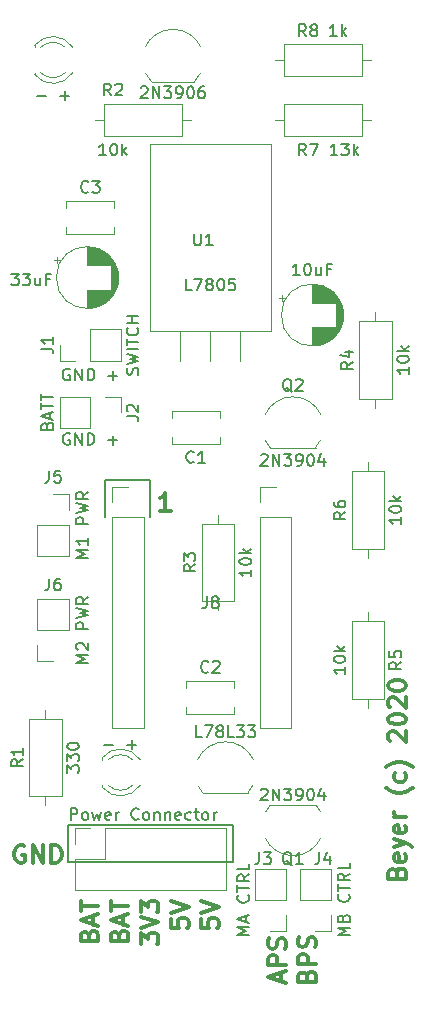
<source format=gbr>
G04 #@! TF.GenerationSoftware,KiCad,Pcbnew,(5.1.4)-1*
G04 #@! TF.CreationDate,2020-09-10T09:46:35-06:00*
G04 #@! TF.ProjectId,robot,726f626f-742e-46b6-9963-61645f706362,rev?*
G04 #@! TF.SameCoordinates,Original*
G04 #@! TF.FileFunction,Legend,Top*
G04 #@! TF.FilePolarity,Positive*
%FSLAX46Y46*%
G04 Gerber Fmt 4.6, Leading zero omitted, Abs format (unit mm)*
G04 Created by KiCad (PCBNEW (5.1.4)-1) date 2020-09-10 09:46:35*
%MOMM*%
%LPD*%
G04 APERTURE LIST*
%ADD10C,0.200000*%
%ADD11C,0.300000*%
%ADD12C,0.120000*%
%ADD13C,0.150000*%
G04 APERTURE END LIST*
D10*
X115570000Y-87630000D02*
X101600000Y-87630000D01*
X101600000Y-87630000D02*
X101600000Y-90805000D01*
X115570000Y-90805000D02*
X115570000Y-87630000D01*
X101600000Y-90805000D02*
X115570000Y-90805000D01*
D11*
X129432857Y-91677142D02*
X129504285Y-91462857D01*
X129575714Y-91391428D01*
X129718571Y-91320000D01*
X129932857Y-91320000D01*
X130075714Y-91391428D01*
X130147142Y-91462857D01*
X130218571Y-91605714D01*
X130218571Y-92177142D01*
X128718571Y-92177142D01*
X128718571Y-91677142D01*
X128790000Y-91534285D01*
X128861428Y-91462857D01*
X129004285Y-91391428D01*
X129147142Y-91391428D01*
X129290000Y-91462857D01*
X129361428Y-91534285D01*
X129432857Y-91677142D01*
X129432857Y-92177142D01*
X130147142Y-90105714D02*
X130218571Y-90248571D01*
X130218571Y-90534285D01*
X130147142Y-90677142D01*
X130004285Y-90748571D01*
X129432857Y-90748571D01*
X129290000Y-90677142D01*
X129218571Y-90534285D01*
X129218571Y-90248571D01*
X129290000Y-90105714D01*
X129432857Y-90034285D01*
X129575714Y-90034285D01*
X129718571Y-90748571D01*
X129218571Y-89534285D02*
X130218571Y-89177142D01*
X129218571Y-88820000D02*
X130218571Y-89177142D01*
X130575714Y-89320000D01*
X130647142Y-89391428D01*
X130718571Y-89534285D01*
X130147142Y-87677142D02*
X130218571Y-87820000D01*
X130218571Y-88105714D01*
X130147142Y-88248571D01*
X130004285Y-88320000D01*
X129432857Y-88320000D01*
X129290000Y-88248571D01*
X129218571Y-88105714D01*
X129218571Y-87820000D01*
X129290000Y-87677142D01*
X129432857Y-87605714D01*
X129575714Y-87605714D01*
X129718571Y-88320000D01*
X130218571Y-86962857D02*
X129218571Y-86962857D01*
X129504285Y-86962857D02*
X129361428Y-86891428D01*
X129290000Y-86820000D01*
X129218571Y-86677142D01*
X129218571Y-86534285D01*
X130790000Y-84462857D02*
X130718571Y-84534285D01*
X130504285Y-84677142D01*
X130361428Y-84748571D01*
X130147142Y-84820000D01*
X129790000Y-84891428D01*
X129504285Y-84891428D01*
X129147142Y-84820000D01*
X128932857Y-84748571D01*
X128790000Y-84677142D01*
X128575714Y-84534285D01*
X128504285Y-84462857D01*
X130147142Y-83248571D02*
X130218571Y-83391428D01*
X130218571Y-83677142D01*
X130147142Y-83820000D01*
X130075714Y-83891428D01*
X129932857Y-83962857D01*
X129504285Y-83962857D01*
X129361428Y-83891428D01*
X129290000Y-83820000D01*
X129218571Y-83677142D01*
X129218571Y-83391428D01*
X129290000Y-83248571D01*
X130790000Y-82748571D02*
X130718571Y-82677142D01*
X130504285Y-82534285D01*
X130361428Y-82462857D01*
X130147142Y-82391428D01*
X129790000Y-82320000D01*
X129504285Y-82320000D01*
X129147142Y-82391428D01*
X128932857Y-82462857D01*
X128790000Y-82534285D01*
X128575714Y-82677142D01*
X128504285Y-82748571D01*
X128861428Y-80534285D02*
X128790000Y-80462857D01*
X128718571Y-80320000D01*
X128718571Y-79962857D01*
X128790000Y-79820000D01*
X128861428Y-79748571D01*
X129004285Y-79677142D01*
X129147142Y-79677142D01*
X129361428Y-79748571D01*
X130218571Y-80605714D01*
X130218571Y-79677142D01*
X128718571Y-78748571D02*
X128718571Y-78605714D01*
X128790000Y-78462857D01*
X128861428Y-78391428D01*
X129004285Y-78320000D01*
X129290000Y-78248571D01*
X129647142Y-78248571D01*
X129932857Y-78320000D01*
X130075714Y-78391428D01*
X130147142Y-78462857D01*
X130218571Y-78605714D01*
X130218571Y-78748571D01*
X130147142Y-78891428D01*
X130075714Y-78962857D01*
X129932857Y-79034285D01*
X129647142Y-79105714D01*
X129290000Y-79105714D01*
X129004285Y-79034285D01*
X128861428Y-78962857D01*
X128790000Y-78891428D01*
X128718571Y-78748571D01*
X128861428Y-77677142D02*
X128790000Y-77605714D01*
X128718571Y-77462857D01*
X128718571Y-77105714D01*
X128790000Y-76962857D01*
X128861428Y-76891428D01*
X129004285Y-76820000D01*
X129147142Y-76820000D01*
X129361428Y-76891428D01*
X130218571Y-77748571D01*
X130218571Y-76820000D01*
X128718571Y-75891428D02*
X128718571Y-75748571D01*
X128790000Y-75605714D01*
X128861428Y-75534285D01*
X129004285Y-75462857D01*
X129290000Y-75391428D01*
X129647142Y-75391428D01*
X129932857Y-75462857D01*
X130075714Y-75534285D01*
X130147142Y-75605714D01*
X130218571Y-75748571D01*
X130218571Y-75891428D01*
X130147142Y-76034285D01*
X130075714Y-76105714D01*
X129932857Y-76177142D01*
X129647142Y-76248571D01*
X129290000Y-76248571D01*
X129004285Y-76177142D01*
X128861428Y-76105714D01*
X128790000Y-76034285D01*
X128718571Y-75891428D01*
X97917142Y-89420000D02*
X97774285Y-89348571D01*
X97560000Y-89348571D01*
X97345714Y-89420000D01*
X97202857Y-89562857D01*
X97131428Y-89705714D01*
X97060000Y-89991428D01*
X97060000Y-90205714D01*
X97131428Y-90491428D01*
X97202857Y-90634285D01*
X97345714Y-90777142D01*
X97560000Y-90848571D01*
X97702857Y-90848571D01*
X97917142Y-90777142D01*
X97988571Y-90705714D01*
X97988571Y-90205714D01*
X97702857Y-90205714D01*
X98631428Y-90848571D02*
X98631428Y-89348571D01*
X99488571Y-90848571D01*
X99488571Y-89348571D01*
X100202857Y-90848571D02*
X100202857Y-89348571D01*
X100560000Y-89348571D01*
X100774285Y-89420000D01*
X100917142Y-89562857D01*
X100988571Y-89705714D01*
X101060000Y-89991428D01*
X101060000Y-90205714D01*
X100988571Y-90491428D01*
X100917142Y-90634285D01*
X100774285Y-90777142D01*
X100560000Y-90848571D01*
X100202857Y-90848571D01*
X110283571Y-61003571D02*
X109426428Y-61003571D01*
X109855000Y-61003571D02*
X109855000Y-59503571D01*
X109712142Y-59717857D01*
X109569285Y-59860714D01*
X109426428Y-59932142D01*
D10*
X104775000Y-58420000D02*
X104775000Y-61595000D01*
X108585000Y-58420000D02*
X108585000Y-61595000D01*
X104775000Y-58420000D02*
X108585000Y-58420000D01*
D11*
X119625000Y-100881428D02*
X119625000Y-100167142D01*
X120053571Y-101024285D02*
X118553571Y-100524285D01*
X120053571Y-100024285D01*
X120053571Y-99524285D02*
X118553571Y-99524285D01*
X118553571Y-98952857D01*
X118625000Y-98810000D01*
X118696428Y-98738571D01*
X118839285Y-98667142D01*
X119053571Y-98667142D01*
X119196428Y-98738571D01*
X119267857Y-98810000D01*
X119339285Y-98952857D01*
X119339285Y-99524285D01*
X119982142Y-98095714D02*
X120053571Y-97881428D01*
X120053571Y-97524285D01*
X119982142Y-97381428D01*
X119910714Y-97310000D01*
X119767857Y-97238571D01*
X119625000Y-97238571D01*
X119482142Y-97310000D01*
X119410714Y-97381428D01*
X119339285Y-97524285D01*
X119267857Y-97810000D01*
X119196428Y-97952857D01*
X119125000Y-98024285D01*
X118982142Y-98095714D01*
X118839285Y-98095714D01*
X118696428Y-98024285D01*
X118625000Y-97952857D01*
X118553571Y-97810000D01*
X118553571Y-97452857D01*
X118625000Y-97238571D01*
X121817857Y-100417142D02*
X121889285Y-100202857D01*
X121960714Y-100131428D01*
X122103571Y-100060000D01*
X122317857Y-100060000D01*
X122460714Y-100131428D01*
X122532142Y-100202857D01*
X122603571Y-100345714D01*
X122603571Y-100917142D01*
X121103571Y-100917142D01*
X121103571Y-100417142D01*
X121175000Y-100274285D01*
X121246428Y-100202857D01*
X121389285Y-100131428D01*
X121532142Y-100131428D01*
X121675000Y-100202857D01*
X121746428Y-100274285D01*
X121817857Y-100417142D01*
X121817857Y-100917142D01*
X122603571Y-99417142D02*
X121103571Y-99417142D01*
X121103571Y-98845714D01*
X121175000Y-98702857D01*
X121246428Y-98631428D01*
X121389285Y-98560000D01*
X121603571Y-98560000D01*
X121746428Y-98631428D01*
X121817857Y-98702857D01*
X121889285Y-98845714D01*
X121889285Y-99417142D01*
X122532142Y-97988571D02*
X122603571Y-97774285D01*
X122603571Y-97417142D01*
X122532142Y-97274285D01*
X122460714Y-97202857D01*
X122317857Y-97131428D01*
X122175000Y-97131428D01*
X122032142Y-97202857D01*
X121960714Y-97274285D01*
X121889285Y-97417142D01*
X121817857Y-97702857D01*
X121746428Y-97845714D01*
X121675000Y-97917142D01*
X121532142Y-97988571D01*
X121389285Y-97988571D01*
X121246428Y-97917142D01*
X121175000Y-97845714D01*
X121103571Y-97702857D01*
X121103571Y-97345714D01*
X121175000Y-97131428D01*
X103377857Y-96992142D02*
X103449285Y-96777857D01*
X103520714Y-96706428D01*
X103663571Y-96635000D01*
X103877857Y-96635000D01*
X104020714Y-96706428D01*
X104092142Y-96777857D01*
X104163571Y-96920714D01*
X104163571Y-97492142D01*
X102663571Y-97492142D01*
X102663571Y-96992142D01*
X102735000Y-96849285D01*
X102806428Y-96777857D01*
X102949285Y-96706428D01*
X103092142Y-96706428D01*
X103235000Y-96777857D01*
X103306428Y-96849285D01*
X103377857Y-96992142D01*
X103377857Y-97492142D01*
X103735000Y-96063571D02*
X103735000Y-95349285D01*
X104163571Y-96206428D02*
X102663571Y-95706428D01*
X104163571Y-95206428D01*
X102663571Y-94920714D02*
X102663571Y-94063571D01*
X104163571Y-94492142D02*
X102663571Y-94492142D01*
X105927857Y-96992142D02*
X105999285Y-96777857D01*
X106070714Y-96706428D01*
X106213571Y-96635000D01*
X106427857Y-96635000D01*
X106570714Y-96706428D01*
X106642142Y-96777857D01*
X106713571Y-96920714D01*
X106713571Y-97492142D01*
X105213571Y-97492142D01*
X105213571Y-96992142D01*
X105285000Y-96849285D01*
X105356428Y-96777857D01*
X105499285Y-96706428D01*
X105642142Y-96706428D01*
X105785000Y-96777857D01*
X105856428Y-96849285D01*
X105927857Y-96992142D01*
X105927857Y-97492142D01*
X106285000Y-96063571D02*
X106285000Y-95349285D01*
X106713571Y-96206428D02*
X105213571Y-95706428D01*
X106713571Y-95206428D01*
X105213571Y-94920714D02*
X105213571Y-94063571D01*
X106713571Y-94492142D02*
X105213571Y-94492142D01*
X107763571Y-97742142D02*
X107763571Y-96813571D01*
X108335000Y-97313571D01*
X108335000Y-97099285D01*
X108406428Y-96956428D01*
X108477857Y-96885000D01*
X108620714Y-96813571D01*
X108977857Y-96813571D01*
X109120714Y-96885000D01*
X109192142Y-96956428D01*
X109263571Y-97099285D01*
X109263571Y-97527857D01*
X109192142Y-97670714D01*
X109120714Y-97742142D01*
X107763571Y-96385000D02*
X109263571Y-95885000D01*
X107763571Y-95385000D01*
X107763571Y-95027857D02*
X107763571Y-94099285D01*
X108335000Y-94599285D01*
X108335000Y-94385000D01*
X108406428Y-94242142D01*
X108477857Y-94170714D01*
X108620714Y-94099285D01*
X108977857Y-94099285D01*
X109120714Y-94170714D01*
X109192142Y-94242142D01*
X109263571Y-94385000D01*
X109263571Y-94813571D01*
X109192142Y-94956428D01*
X109120714Y-95027857D01*
X110313571Y-95599285D02*
X110313571Y-96313571D01*
X111027857Y-96385000D01*
X110956428Y-96313571D01*
X110885000Y-96170714D01*
X110885000Y-95813571D01*
X110956428Y-95670714D01*
X111027857Y-95599285D01*
X111170714Y-95527857D01*
X111527857Y-95527857D01*
X111670714Y-95599285D01*
X111742142Y-95670714D01*
X111813571Y-95813571D01*
X111813571Y-96170714D01*
X111742142Y-96313571D01*
X111670714Y-96385000D01*
X110313571Y-95099285D02*
X111813571Y-94599285D01*
X110313571Y-94099285D01*
X112863571Y-95599285D02*
X112863571Y-96313571D01*
X113577857Y-96385000D01*
X113506428Y-96313571D01*
X113435000Y-96170714D01*
X113435000Y-95813571D01*
X113506428Y-95670714D01*
X113577857Y-95599285D01*
X113720714Y-95527857D01*
X114077857Y-95527857D01*
X114220714Y-95599285D01*
X114292142Y-95670714D01*
X114363571Y-95813571D01*
X114363571Y-96170714D01*
X114292142Y-96313571D01*
X114220714Y-96385000D01*
X112863571Y-95099285D02*
X114363571Y-94599285D01*
X112863571Y-94099285D01*
D12*
X105350000Y-58995000D02*
X106680000Y-58995000D01*
X105350000Y-60325000D02*
X105350000Y-58995000D01*
X108010000Y-61595000D02*
X105350000Y-61595000D01*
X108010000Y-79435000D02*
X108010000Y-61595000D01*
X105350000Y-79435000D02*
X108010000Y-79435000D01*
X105350000Y-61595000D02*
X105350000Y-79435000D01*
X117850000Y-61595000D02*
X117850000Y-79435000D01*
X117850000Y-79435000D02*
X120510000Y-79435000D01*
X120510000Y-79435000D02*
X120510000Y-61595000D01*
X120510000Y-61595000D02*
X117850000Y-61595000D01*
X117850000Y-60325000D02*
X117850000Y-58995000D01*
X117850000Y-58995000D02*
X119180000Y-58995000D01*
X116205000Y-45840000D02*
X116205000Y-48380000D01*
X113665000Y-45840000D02*
X113665000Y-48380000D01*
X111125000Y-45840000D02*
X111125000Y-48380000D01*
X118785000Y-29950000D02*
X118785000Y-45840000D01*
X108545000Y-29950000D02*
X108545000Y-45840000D01*
X108545000Y-29950000D02*
X118785000Y-29950000D01*
X108545000Y-45840000D02*
X118785000Y-45840000D01*
X106105000Y-51375000D02*
X106105000Y-52705000D01*
X104775000Y-51375000D02*
X106105000Y-51375000D01*
X103505000Y-51375000D02*
X103505000Y-54035000D01*
X103505000Y-54035000D02*
X100905000Y-54035000D01*
X103505000Y-51375000D02*
X100905000Y-51375000D01*
X100905000Y-51375000D02*
X100905000Y-54035000D01*
X100905000Y-48320000D02*
X100905000Y-46990000D01*
X102235000Y-48320000D02*
X100905000Y-48320000D01*
X103505000Y-48320000D02*
X103505000Y-45660000D01*
X103505000Y-45660000D02*
X106105000Y-45660000D01*
X103505000Y-48320000D02*
X106105000Y-48320000D01*
X106105000Y-48320000D02*
X106105000Y-45660000D01*
X102175000Y-89250000D02*
X102175000Y-87920000D01*
X102175000Y-87920000D02*
X103505000Y-87920000D01*
X102175000Y-90520000D02*
X104775000Y-90520000D01*
X104775000Y-90520000D02*
X104775000Y-87920000D01*
X104775000Y-87920000D02*
X114995000Y-87920000D01*
X114995000Y-93120000D02*
X114995000Y-87920000D01*
X102175000Y-93120000D02*
X114995000Y-93120000D01*
X102175000Y-93120000D02*
X102175000Y-90520000D01*
X120075000Y-96580000D02*
X118745000Y-96580000D01*
X120075000Y-95250000D02*
X120075000Y-96580000D01*
X120075000Y-93980000D02*
X117415000Y-93980000D01*
X117415000Y-93980000D02*
X117415000Y-91380000D01*
X120075000Y-93980000D02*
X120075000Y-91380000D01*
X120075000Y-91380000D02*
X117415000Y-91380000D01*
X123885000Y-96580000D02*
X122555000Y-96580000D01*
X123885000Y-95250000D02*
X123885000Y-96580000D01*
X123885000Y-93980000D02*
X121225000Y-93980000D01*
X121225000Y-93980000D02*
X121225000Y-91380000D01*
X123885000Y-93980000D02*
X123885000Y-91380000D01*
X123885000Y-91380000D02*
X121225000Y-91380000D01*
X100330000Y-73720000D02*
X99000000Y-73720000D01*
X99000000Y-73720000D02*
X99000000Y-72390000D01*
X99000000Y-71120000D02*
X99000000Y-68520000D01*
X101660000Y-68520000D02*
X99000000Y-68520000D01*
X101660000Y-71120000D02*
X101660000Y-68520000D01*
X101660000Y-71120000D02*
X99000000Y-71120000D01*
X100330000Y-59630000D02*
X101660000Y-59630000D01*
X101660000Y-59630000D02*
X101660000Y-60960000D01*
X101660000Y-62230000D02*
X101660000Y-64830000D01*
X99000000Y-64830000D02*
X101660000Y-64830000D01*
X99000000Y-62230000D02*
X99000000Y-64830000D01*
X99000000Y-62230000D02*
X101660000Y-62230000D01*
X104485000Y-84265000D02*
X104485000Y-84421000D01*
X104485000Y-81949000D02*
X104485000Y-82105000D01*
X107086130Y-84264837D02*
G75*
G02X105004039Y-84265000I-1041130J1079837D01*
G01*
X107086130Y-82105163D02*
G75*
G03X105004039Y-82105000I-1041130J-1079837D01*
G01*
X107717335Y-84263608D02*
G75*
G02X104485000Y-84420516I-1672335J1078608D01*
G01*
X107717335Y-82106392D02*
G75*
G03X104485000Y-81949484I-1672335J-1078608D01*
G01*
X119730225Y-42725000D02*
X119730225Y-43225000D01*
X119480225Y-42975000D02*
X119980225Y-42975000D01*
X124886000Y-44166000D02*
X124886000Y-44734000D01*
X124846000Y-43932000D02*
X124846000Y-44968000D01*
X124806000Y-43773000D02*
X124806000Y-45127000D01*
X124766000Y-43645000D02*
X124766000Y-45255000D01*
X124726000Y-43535000D02*
X124726000Y-45365000D01*
X124686000Y-43439000D02*
X124686000Y-45461000D01*
X124646000Y-43352000D02*
X124646000Y-45548000D01*
X124606000Y-43272000D02*
X124606000Y-45628000D01*
X124566000Y-43199000D02*
X124566000Y-45701000D01*
X124526000Y-43131000D02*
X124526000Y-45769000D01*
X124486000Y-43067000D02*
X124486000Y-45833000D01*
X124446000Y-43007000D02*
X124446000Y-45893000D01*
X124406000Y-42950000D02*
X124406000Y-45950000D01*
X124366000Y-42896000D02*
X124366000Y-46004000D01*
X124326000Y-42845000D02*
X124326000Y-46055000D01*
X124286000Y-45490000D02*
X124286000Y-46103000D01*
X124286000Y-42797000D02*
X124286000Y-43410000D01*
X124246000Y-45490000D02*
X124246000Y-46149000D01*
X124246000Y-42751000D02*
X124246000Y-43410000D01*
X124206000Y-45490000D02*
X124206000Y-46193000D01*
X124206000Y-42707000D02*
X124206000Y-43410000D01*
X124166000Y-45490000D02*
X124166000Y-46235000D01*
X124166000Y-42665000D02*
X124166000Y-43410000D01*
X124126000Y-45490000D02*
X124126000Y-46276000D01*
X124126000Y-42624000D02*
X124126000Y-43410000D01*
X124086000Y-45490000D02*
X124086000Y-46314000D01*
X124086000Y-42586000D02*
X124086000Y-43410000D01*
X124046000Y-45490000D02*
X124046000Y-46351000D01*
X124046000Y-42549000D02*
X124046000Y-43410000D01*
X124006000Y-45490000D02*
X124006000Y-46387000D01*
X124006000Y-42513000D02*
X124006000Y-43410000D01*
X123966000Y-45490000D02*
X123966000Y-46421000D01*
X123966000Y-42479000D02*
X123966000Y-43410000D01*
X123926000Y-45490000D02*
X123926000Y-46454000D01*
X123926000Y-42446000D02*
X123926000Y-43410000D01*
X123886000Y-45490000D02*
X123886000Y-46485000D01*
X123886000Y-42415000D02*
X123886000Y-43410000D01*
X123846000Y-45490000D02*
X123846000Y-46515000D01*
X123846000Y-42385000D02*
X123846000Y-43410000D01*
X123806000Y-45490000D02*
X123806000Y-46545000D01*
X123806000Y-42355000D02*
X123806000Y-43410000D01*
X123766000Y-45490000D02*
X123766000Y-46572000D01*
X123766000Y-42328000D02*
X123766000Y-43410000D01*
X123726000Y-45490000D02*
X123726000Y-46599000D01*
X123726000Y-42301000D02*
X123726000Y-43410000D01*
X123686000Y-45490000D02*
X123686000Y-46625000D01*
X123686000Y-42275000D02*
X123686000Y-43410000D01*
X123646000Y-45490000D02*
X123646000Y-46650000D01*
X123646000Y-42250000D02*
X123646000Y-43410000D01*
X123606000Y-45490000D02*
X123606000Y-46674000D01*
X123606000Y-42226000D02*
X123606000Y-43410000D01*
X123566000Y-45490000D02*
X123566000Y-46697000D01*
X123566000Y-42203000D02*
X123566000Y-43410000D01*
X123526000Y-45490000D02*
X123526000Y-46718000D01*
X123526000Y-42182000D02*
X123526000Y-43410000D01*
X123486000Y-45490000D02*
X123486000Y-46740000D01*
X123486000Y-42160000D02*
X123486000Y-43410000D01*
X123446000Y-45490000D02*
X123446000Y-46760000D01*
X123446000Y-42140000D02*
X123446000Y-43410000D01*
X123406000Y-45490000D02*
X123406000Y-46779000D01*
X123406000Y-42121000D02*
X123406000Y-43410000D01*
X123366000Y-45490000D02*
X123366000Y-46798000D01*
X123366000Y-42102000D02*
X123366000Y-43410000D01*
X123326000Y-45490000D02*
X123326000Y-46815000D01*
X123326000Y-42085000D02*
X123326000Y-43410000D01*
X123286000Y-45490000D02*
X123286000Y-46832000D01*
X123286000Y-42068000D02*
X123286000Y-43410000D01*
X123246000Y-45490000D02*
X123246000Y-46848000D01*
X123246000Y-42052000D02*
X123246000Y-43410000D01*
X123206000Y-45490000D02*
X123206000Y-46864000D01*
X123206000Y-42036000D02*
X123206000Y-43410000D01*
X123166000Y-45490000D02*
X123166000Y-46878000D01*
X123166000Y-42022000D02*
X123166000Y-43410000D01*
X123126000Y-45490000D02*
X123126000Y-46892000D01*
X123126000Y-42008000D02*
X123126000Y-43410000D01*
X123086000Y-45490000D02*
X123086000Y-46905000D01*
X123086000Y-41995000D02*
X123086000Y-43410000D01*
X123046000Y-45490000D02*
X123046000Y-46918000D01*
X123046000Y-41982000D02*
X123046000Y-43410000D01*
X123006000Y-45490000D02*
X123006000Y-46930000D01*
X123006000Y-41970000D02*
X123006000Y-43410000D01*
X122965000Y-45490000D02*
X122965000Y-46941000D01*
X122965000Y-41959000D02*
X122965000Y-43410000D01*
X122925000Y-45490000D02*
X122925000Y-46951000D01*
X122925000Y-41949000D02*
X122925000Y-43410000D01*
X122885000Y-45490000D02*
X122885000Y-46961000D01*
X122885000Y-41939000D02*
X122885000Y-43410000D01*
X122845000Y-45490000D02*
X122845000Y-46970000D01*
X122845000Y-41930000D02*
X122845000Y-43410000D01*
X122805000Y-45490000D02*
X122805000Y-46978000D01*
X122805000Y-41922000D02*
X122805000Y-43410000D01*
X122765000Y-45490000D02*
X122765000Y-46986000D01*
X122765000Y-41914000D02*
X122765000Y-43410000D01*
X122725000Y-45490000D02*
X122725000Y-46993000D01*
X122725000Y-41907000D02*
X122725000Y-43410000D01*
X122685000Y-45490000D02*
X122685000Y-47000000D01*
X122685000Y-41900000D02*
X122685000Y-43410000D01*
X122645000Y-45490000D02*
X122645000Y-47006000D01*
X122645000Y-41894000D02*
X122645000Y-43410000D01*
X122605000Y-45490000D02*
X122605000Y-47011000D01*
X122605000Y-41889000D02*
X122605000Y-43410000D01*
X122565000Y-45490000D02*
X122565000Y-47015000D01*
X122565000Y-41885000D02*
X122565000Y-43410000D01*
X122525000Y-45490000D02*
X122525000Y-47019000D01*
X122525000Y-41881000D02*
X122525000Y-43410000D01*
X122485000Y-45490000D02*
X122485000Y-47023000D01*
X122485000Y-41877000D02*
X122485000Y-43410000D01*
X122445000Y-45490000D02*
X122445000Y-47026000D01*
X122445000Y-41874000D02*
X122445000Y-43410000D01*
X122405000Y-45490000D02*
X122405000Y-47028000D01*
X122405000Y-41872000D02*
X122405000Y-43410000D01*
X122365000Y-45490000D02*
X122365000Y-47029000D01*
X122365000Y-41871000D02*
X122365000Y-43410000D01*
X122325000Y-41870000D02*
X122325000Y-43410000D01*
X122325000Y-45490000D02*
X122325000Y-47030000D01*
X122285000Y-41870000D02*
X122285000Y-43410000D01*
X122285000Y-45490000D02*
X122285000Y-47030000D01*
X124905000Y-44450000D02*
G75*
G03X124905000Y-44450000I-2620000J0D01*
G01*
X105505000Y-36990000D02*
X105505000Y-37615000D01*
X105505000Y-34775000D02*
X105505000Y-35400000D01*
X101465000Y-36990000D02*
X101465000Y-37615000D01*
X101465000Y-34775000D02*
X101465000Y-35400000D01*
X101465000Y-37615000D02*
X105505000Y-37615000D01*
X101465000Y-34775000D02*
X105505000Y-34775000D01*
X115665000Y-77630000D02*
X115665000Y-78255000D01*
X115665000Y-75415000D02*
X115665000Y-76040000D01*
X111625000Y-77630000D02*
X111625000Y-78255000D01*
X111625000Y-75415000D02*
X111625000Y-76040000D01*
X111625000Y-78255000D02*
X115665000Y-78255000D01*
X111625000Y-75415000D02*
X115665000Y-75415000D01*
X110395000Y-53180000D02*
X110395000Y-52555000D01*
X110395000Y-55395000D02*
X110395000Y-54770000D01*
X114435000Y-53180000D02*
X114435000Y-52555000D01*
X114435000Y-55395000D02*
X114435000Y-54770000D01*
X114435000Y-52555000D02*
X110395000Y-52555000D01*
X114435000Y-55395000D02*
X110395000Y-55395000D01*
X100680225Y-39550000D02*
X100680225Y-40050000D01*
X100430225Y-39800000D02*
X100930225Y-39800000D01*
X105836000Y-40991000D02*
X105836000Y-41559000D01*
X105796000Y-40757000D02*
X105796000Y-41793000D01*
X105756000Y-40598000D02*
X105756000Y-41952000D01*
X105716000Y-40470000D02*
X105716000Y-42080000D01*
X105676000Y-40360000D02*
X105676000Y-42190000D01*
X105636000Y-40264000D02*
X105636000Y-42286000D01*
X105596000Y-40177000D02*
X105596000Y-42373000D01*
X105556000Y-40097000D02*
X105556000Y-42453000D01*
X105516000Y-40024000D02*
X105516000Y-42526000D01*
X105476000Y-39956000D02*
X105476000Y-42594000D01*
X105436000Y-39892000D02*
X105436000Y-42658000D01*
X105396000Y-39832000D02*
X105396000Y-42718000D01*
X105356000Y-39775000D02*
X105356000Y-42775000D01*
X105316000Y-39721000D02*
X105316000Y-42829000D01*
X105276000Y-39670000D02*
X105276000Y-42880000D01*
X105236000Y-42315000D02*
X105236000Y-42928000D01*
X105236000Y-39622000D02*
X105236000Y-40235000D01*
X105196000Y-42315000D02*
X105196000Y-42974000D01*
X105196000Y-39576000D02*
X105196000Y-40235000D01*
X105156000Y-42315000D02*
X105156000Y-43018000D01*
X105156000Y-39532000D02*
X105156000Y-40235000D01*
X105116000Y-42315000D02*
X105116000Y-43060000D01*
X105116000Y-39490000D02*
X105116000Y-40235000D01*
X105076000Y-42315000D02*
X105076000Y-43101000D01*
X105076000Y-39449000D02*
X105076000Y-40235000D01*
X105036000Y-42315000D02*
X105036000Y-43139000D01*
X105036000Y-39411000D02*
X105036000Y-40235000D01*
X104996000Y-42315000D02*
X104996000Y-43176000D01*
X104996000Y-39374000D02*
X104996000Y-40235000D01*
X104956000Y-42315000D02*
X104956000Y-43212000D01*
X104956000Y-39338000D02*
X104956000Y-40235000D01*
X104916000Y-42315000D02*
X104916000Y-43246000D01*
X104916000Y-39304000D02*
X104916000Y-40235000D01*
X104876000Y-42315000D02*
X104876000Y-43279000D01*
X104876000Y-39271000D02*
X104876000Y-40235000D01*
X104836000Y-42315000D02*
X104836000Y-43310000D01*
X104836000Y-39240000D02*
X104836000Y-40235000D01*
X104796000Y-42315000D02*
X104796000Y-43340000D01*
X104796000Y-39210000D02*
X104796000Y-40235000D01*
X104756000Y-42315000D02*
X104756000Y-43370000D01*
X104756000Y-39180000D02*
X104756000Y-40235000D01*
X104716000Y-42315000D02*
X104716000Y-43397000D01*
X104716000Y-39153000D02*
X104716000Y-40235000D01*
X104676000Y-42315000D02*
X104676000Y-43424000D01*
X104676000Y-39126000D02*
X104676000Y-40235000D01*
X104636000Y-42315000D02*
X104636000Y-43450000D01*
X104636000Y-39100000D02*
X104636000Y-40235000D01*
X104596000Y-42315000D02*
X104596000Y-43475000D01*
X104596000Y-39075000D02*
X104596000Y-40235000D01*
X104556000Y-42315000D02*
X104556000Y-43499000D01*
X104556000Y-39051000D02*
X104556000Y-40235000D01*
X104516000Y-42315000D02*
X104516000Y-43522000D01*
X104516000Y-39028000D02*
X104516000Y-40235000D01*
X104476000Y-42315000D02*
X104476000Y-43543000D01*
X104476000Y-39007000D02*
X104476000Y-40235000D01*
X104436000Y-42315000D02*
X104436000Y-43565000D01*
X104436000Y-38985000D02*
X104436000Y-40235000D01*
X104396000Y-42315000D02*
X104396000Y-43585000D01*
X104396000Y-38965000D02*
X104396000Y-40235000D01*
X104356000Y-42315000D02*
X104356000Y-43604000D01*
X104356000Y-38946000D02*
X104356000Y-40235000D01*
X104316000Y-42315000D02*
X104316000Y-43623000D01*
X104316000Y-38927000D02*
X104316000Y-40235000D01*
X104276000Y-42315000D02*
X104276000Y-43640000D01*
X104276000Y-38910000D02*
X104276000Y-40235000D01*
X104236000Y-42315000D02*
X104236000Y-43657000D01*
X104236000Y-38893000D02*
X104236000Y-40235000D01*
X104196000Y-42315000D02*
X104196000Y-43673000D01*
X104196000Y-38877000D02*
X104196000Y-40235000D01*
X104156000Y-42315000D02*
X104156000Y-43689000D01*
X104156000Y-38861000D02*
X104156000Y-40235000D01*
X104116000Y-42315000D02*
X104116000Y-43703000D01*
X104116000Y-38847000D02*
X104116000Y-40235000D01*
X104076000Y-42315000D02*
X104076000Y-43717000D01*
X104076000Y-38833000D02*
X104076000Y-40235000D01*
X104036000Y-42315000D02*
X104036000Y-43730000D01*
X104036000Y-38820000D02*
X104036000Y-40235000D01*
X103996000Y-42315000D02*
X103996000Y-43743000D01*
X103996000Y-38807000D02*
X103996000Y-40235000D01*
X103956000Y-42315000D02*
X103956000Y-43755000D01*
X103956000Y-38795000D02*
X103956000Y-40235000D01*
X103915000Y-42315000D02*
X103915000Y-43766000D01*
X103915000Y-38784000D02*
X103915000Y-40235000D01*
X103875000Y-42315000D02*
X103875000Y-43776000D01*
X103875000Y-38774000D02*
X103875000Y-40235000D01*
X103835000Y-42315000D02*
X103835000Y-43786000D01*
X103835000Y-38764000D02*
X103835000Y-40235000D01*
X103795000Y-42315000D02*
X103795000Y-43795000D01*
X103795000Y-38755000D02*
X103795000Y-40235000D01*
X103755000Y-42315000D02*
X103755000Y-43803000D01*
X103755000Y-38747000D02*
X103755000Y-40235000D01*
X103715000Y-42315000D02*
X103715000Y-43811000D01*
X103715000Y-38739000D02*
X103715000Y-40235000D01*
X103675000Y-42315000D02*
X103675000Y-43818000D01*
X103675000Y-38732000D02*
X103675000Y-40235000D01*
X103635000Y-42315000D02*
X103635000Y-43825000D01*
X103635000Y-38725000D02*
X103635000Y-40235000D01*
X103595000Y-42315000D02*
X103595000Y-43831000D01*
X103595000Y-38719000D02*
X103595000Y-40235000D01*
X103555000Y-42315000D02*
X103555000Y-43836000D01*
X103555000Y-38714000D02*
X103555000Y-40235000D01*
X103515000Y-42315000D02*
X103515000Y-43840000D01*
X103515000Y-38710000D02*
X103515000Y-40235000D01*
X103475000Y-42315000D02*
X103475000Y-43844000D01*
X103475000Y-38706000D02*
X103475000Y-40235000D01*
X103435000Y-42315000D02*
X103435000Y-43848000D01*
X103435000Y-38702000D02*
X103435000Y-40235000D01*
X103395000Y-42315000D02*
X103395000Y-43851000D01*
X103395000Y-38699000D02*
X103395000Y-40235000D01*
X103355000Y-42315000D02*
X103355000Y-43853000D01*
X103355000Y-38697000D02*
X103355000Y-40235000D01*
X103315000Y-42315000D02*
X103315000Y-43854000D01*
X103315000Y-38696000D02*
X103315000Y-40235000D01*
X103275000Y-38695000D02*
X103275000Y-40235000D01*
X103275000Y-42315000D02*
X103275000Y-43855000D01*
X103235000Y-38695000D02*
X103235000Y-40235000D01*
X103235000Y-42315000D02*
X103235000Y-43855000D01*
X105855000Y-41275000D02*
G75*
G03X105855000Y-41275000I-2620000J0D01*
G01*
X127000000Y-56920000D02*
X127000000Y-57690000D01*
X127000000Y-65000000D02*
X127000000Y-64230000D01*
X125630000Y-57690000D02*
X125630000Y-64230000D01*
X128370000Y-57690000D02*
X125630000Y-57690000D01*
X128370000Y-64230000D02*
X128370000Y-57690000D01*
X125630000Y-64230000D02*
X128370000Y-64230000D01*
X127000000Y-77700000D02*
X127000000Y-76930000D01*
X127000000Y-69620000D02*
X127000000Y-70390000D01*
X128370000Y-76930000D02*
X128370000Y-70390000D01*
X125630000Y-76930000D02*
X128370000Y-76930000D01*
X125630000Y-70390000D02*
X125630000Y-76930000D01*
X128370000Y-70390000D02*
X125630000Y-70390000D01*
X127635000Y-44220000D02*
X127635000Y-44990000D01*
X127635000Y-52300000D02*
X127635000Y-51530000D01*
X126265000Y-44990000D02*
X126265000Y-51530000D01*
X129005000Y-44990000D02*
X126265000Y-44990000D01*
X129005000Y-51530000D02*
X129005000Y-44990000D01*
X126265000Y-51530000D02*
X129005000Y-51530000D01*
X114300000Y-61365000D02*
X114300000Y-62135000D01*
X114300000Y-69445000D02*
X114300000Y-68675000D01*
X112930000Y-62135000D02*
X112930000Y-68675000D01*
X115670000Y-62135000D02*
X112930000Y-62135000D01*
X115670000Y-68675000D02*
X115670000Y-62135000D01*
X112930000Y-68675000D02*
X115670000Y-68675000D01*
X111990000Y-27940000D02*
X111220000Y-27940000D01*
X103910000Y-27940000D02*
X104680000Y-27940000D01*
X111220000Y-26570000D02*
X104680000Y-26570000D01*
X111220000Y-29310000D02*
X111220000Y-26570000D01*
X104680000Y-29310000D02*
X111220000Y-29310000D01*
X104680000Y-26570000D02*
X104680000Y-29310000D01*
X99695000Y-77875000D02*
X99695000Y-78645000D01*
X99695000Y-85955000D02*
X99695000Y-85185000D01*
X98325000Y-78645000D02*
X98325000Y-85185000D01*
X101065000Y-78645000D02*
X98325000Y-78645000D01*
X101065000Y-85185000D02*
X101065000Y-78645000D01*
X98325000Y-85185000D02*
X101065000Y-85185000D01*
X112814184Y-23982795D02*
G75*
G02X112290000Y-24710000I-2324184J1122795D01*
G01*
X112846400Y-21761193D02*
G75*
G03X110490000Y-20260000I-2356400J-1098807D01*
G01*
X108133600Y-21761193D02*
G75*
G02X110490000Y-20260000I2356400J-1098807D01*
G01*
X108165816Y-23982795D02*
G75*
G03X108690000Y-24710000I2324184J1122795D01*
G01*
X108690000Y-24710000D02*
X112290000Y-24710000D01*
X127230000Y-22860000D02*
X126460000Y-22860000D01*
X119150000Y-22860000D02*
X119920000Y-22860000D01*
X126460000Y-21490000D02*
X119920000Y-21490000D01*
X126460000Y-24230000D02*
X126460000Y-21490000D01*
X119920000Y-24230000D02*
X126460000Y-24230000D01*
X119920000Y-21490000D02*
X119920000Y-24230000D01*
X119920000Y-26570000D02*
X119920000Y-29310000D01*
X119920000Y-29310000D02*
X126460000Y-29310000D01*
X126460000Y-29310000D02*
X126460000Y-26570000D01*
X126460000Y-26570000D02*
X119920000Y-26570000D01*
X119150000Y-27940000D02*
X119920000Y-27940000D01*
X127230000Y-27940000D02*
X126460000Y-27940000D01*
X98770000Y-23940000D02*
X98770000Y-24096000D01*
X98770000Y-21624000D02*
X98770000Y-21780000D01*
X101371130Y-23939837D02*
G75*
G02X99289039Y-23940000I-1041130J1079837D01*
G01*
X101371130Y-21780163D02*
G75*
G03X99289039Y-21780000I-1041130J-1079837D01*
G01*
X102002335Y-23938608D02*
G75*
G02X98770000Y-24095516I-1672335J1078608D01*
G01*
X102002335Y-21781392D02*
G75*
G03X98770000Y-21624484I-1672335J-1078608D01*
G01*
X117237383Y-84297264D02*
G75*
G02X116845000Y-84885000I-2302383J1112264D01*
G01*
X117291400Y-82086193D02*
G75*
G03X114935000Y-80585000I-2356400J-1098807D01*
G01*
X112578600Y-82086193D02*
G75*
G02X114935000Y-80585000I2356400J-1098807D01*
G01*
X112612369Y-84307045D02*
G75*
G03X112995000Y-84885000I2322631J1122045D01*
G01*
X112995000Y-84885000D02*
X116845000Y-84885000D01*
X122952383Y-55087264D02*
G75*
G02X122560000Y-55675000I-2302383J1112264D01*
G01*
X123006400Y-52876193D02*
G75*
G03X120650000Y-51375000I-2356400J-1098807D01*
G01*
X118293600Y-52876193D02*
G75*
G02X120650000Y-51375000I2356400J-1098807D01*
G01*
X118327369Y-55097045D02*
G75*
G03X118710000Y-55675000I2322631J1122045D01*
G01*
X118710000Y-55675000D02*
X122560000Y-55675000D01*
X118347617Y-86517736D02*
G75*
G02X118740000Y-85930000I2302383J-1112264D01*
G01*
X118293600Y-88728807D02*
G75*
G03X120650000Y-90230000I2356400J1098807D01*
G01*
X123006400Y-88728807D02*
G75*
G02X120650000Y-90230000I-2356400J1098807D01*
G01*
X122972631Y-86507955D02*
G75*
G03X122590000Y-85930000I-2322631J-1122045D01*
G01*
X122590000Y-85930000D02*
X118740000Y-85930000D01*
D13*
X113346666Y-68277380D02*
X113346666Y-68991666D01*
X113299047Y-69134523D01*
X113203809Y-69229761D01*
X113060952Y-69277380D01*
X112965714Y-69277380D01*
X113965714Y-68705952D02*
X113870476Y-68658333D01*
X113822857Y-68610714D01*
X113775238Y-68515476D01*
X113775238Y-68467857D01*
X113822857Y-68372619D01*
X113870476Y-68325000D01*
X113965714Y-68277380D01*
X114156190Y-68277380D01*
X114251428Y-68325000D01*
X114299047Y-68372619D01*
X114346666Y-68467857D01*
X114346666Y-68515476D01*
X114299047Y-68610714D01*
X114251428Y-68658333D01*
X114156190Y-68705952D01*
X113965714Y-68705952D01*
X113870476Y-68753571D01*
X113822857Y-68801190D01*
X113775238Y-68896428D01*
X113775238Y-69086904D01*
X113822857Y-69182142D01*
X113870476Y-69229761D01*
X113965714Y-69277380D01*
X114156190Y-69277380D01*
X114251428Y-69229761D01*
X114299047Y-69182142D01*
X114346666Y-69086904D01*
X114346666Y-68896428D01*
X114299047Y-68801190D01*
X114251428Y-68753571D01*
X114156190Y-68705952D01*
X112268095Y-37552380D02*
X112268095Y-38361904D01*
X112315714Y-38457142D01*
X112363333Y-38504761D01*
X112458571Y-38552380D01*
X112649047Y-38552380D01*
X112744285Y-38504761D01*
X112791904Y-38457142D01*
X112839523Y-38361904D01*
X112839523Y-37552380D01*
X113839523Y-38552380D02*
X113268095Y-38552380D01*
X113553809Y-38552380D02*
X113553809Y-37552380D01*
X113458571Y-37695238D01*
X113363333Y-37790476D01*
X113268095Y-37838095D01*
X112069761Y-42362380D02*
X111593571Y-42362380D01*
X111593571Y-41362380D01*
X112307857Y-41362380D02*
X112974523Y-41362380D01*
X112545952Y-42362380D01*
X113498333Y-41790952D02*
X113403095Y-41743333D01*
X113355476Y-41695714D01*
X113307857Y-41600476D01*
X113307857Y-41552857D01*
X113355476Y-41457619D01*
X113403095Y-41410000D01*
X113498333Y-41362380D01*
X113688809Y-41362380D01*
X113784047Y-41410000D01*
X113831666Y-41457619D01*
X113879285Y-41552857D01*
X113879285Y-41600476D01*
X113831666Y-41695714D01*
X113784047Y-41743333D01*
X113688809Y-41790952D01*
X113498333Y-41790952D01*
X113403095Y-41838571D01*
X113355476Y-41886190D01*
X113307857Y-41981428D01*
X113307857Y-42171904D01*
X113355476Y-42267142D01*
X113403095Y-42314761D01*
X113498333Y-42362380D01*
X113688809Y-42362380D01*
X113784047Y-42314761D01*
X113831666Y-42267142D01*
X113879285Y-42171904D01*
X113879285Y-41981428D01*
X113831666Y-41886190D01*
X113784047Y-41838571D01*
X113688809Y-41790952D01*
X114498333Y-41362380D02*
X114593571Y-41362380D01*
X114688809Y-41410000D01*
X114736428Y-41457619D01*
X114784047Y-41552857D01*
X114831666Y-41743333D01*
X114831666Y-41981428D01*
X114784047Y-42171904D01*
X114736428Y-42267142D01*
X114688809Y-42314761D01*
X114593571Y-42362380D01*
X114498333Y-42362380D01*
X114403095Y-42314761D01*
X114355476Y-42267142D01*
X114307857Y-42171904D01*
X114260238Y-41981428D01*
X114260238Y-41743333D01*
X114307857Y-41552857D01*
X114355476Y-41457619D01*
X114403095Y-41410000D01*
X114498333Y-41362380D01*
X115736428Y-41362380D02*
X115260238Y-41362380D01*
X115212619Y-41838571D01*
X115260238Y-41790952D01*
X115355476Y-41743333D01*
X115593571Y-41743333D01*
X115688809Y-41790952D01*
X115736428Y-41838571D01*
X115784047Y-41933809D01*
X115784047Y-42171904D01*
X115736428Y-42267142D01*
X115688809Y-42314761D01*
X115593571Y-42362380D01*
X115355476Y-42362380D01*
X115260238Y-42314761D01*
X115212619Y-42267142D01*
X106557380Y-53038333D02*
X107271666Y-53038333D01*
X107414523Y-53085952D01*
X107509761Y-53181190D01*
X107557380Y-53324047D01*
X107557380Y-53419285D01*
X106652619Y-52609761D02*
X106605000Y-52562142D01*
X106557380Y-52466904D01*
X106557380Y-52228809D01*
X106605000Y-52133571D01*
X106652619Y-52085952D01*
X106747857Y-52038333D01*
X106843095Y-52038333D01*
X106985952Y-52085952D01*
X107557380Y-52657380D01*
X107557380Y-52038333D01*
X99833571Y-53824047D02*
X99881190Y-53681190D01*
X99928809Y-53633571D01*
X100024047Y-53585952D01*
X100166904Y-53585952D01*
X100262142Y-53633571D01*
X100309761Y-53681190D01*
X100357380Y-53776428D01*
X100357380Y-54157380D01*
X99357380Y-54157380D01*
X99357380Y-53824047D01*
X99405000Y-53728809D01*
X99452619Y-53681190D01*
X99547857Y-53633571D01*
X99643095Y-53633571D01*
X99738333Y-53681190D01*
X99785952Y-53728809D01*
X99833571Y-53824047D01*
X99833571Y-54157380D01*
X100071666Y-53205000D02*
X100071666Y-52728809D01*
X100357380Y-53300238D02*
X99357380Y-52966904D01*
X100357380Y-52633571D01*
X99357380Y-52443095D02*
X99357380Y-51871666D01*
X100357380Y-52157380D02*
X99357380Y-52157380D01*
X99357380Y-51681190D02*
X99357380Y-51109761D01*
X100357380Y-51395476D02*
X99357380Y-51395476D01*
X101743095Y-54500000D02*
X101647857Y-54452380D01*
X101505000Y-54452380D01*
X101362142Y-54500000D01*
X101266904Y-54595238D01*
X101219285Y-54690476D01*
X101171666Y-54880952D01*
X101171666Y-55023809D01*
X101219285Y-55214285D01*
X101266904Y-55309523D01*
X101362142Y-55404761D01*
X101505000Y-55452380D01*
X101600238Y-55452380D01*
X101743095Y-55404761D01*
X101790714Y-55357142D01*
X101790714Y-55023809D01*
X101600238Y-55023809D01*
X102219285Y-55452380D02*
X102219285Y-54452380D01*
X102790714Y-55452380D01*
X102790714Y-54452380D01*
X103266904Y-55452380D02*
X103266904Y-54452380D01*
X103505000Y-54452380D01*
X103647857Y-54500000D01*
X103743095Y-54595238D01*
X103790714Y-54690476D01*
X103838333Y-54880952D01*
X103838333Y-55023809D01*
X103790714Y-55214285D01*
X103743095Y-55309523D01*
X103647857Y-55404761D01*
X103505000Y-55452380D01*
X103266904Y-55452380D01*
X105028809Y-55071428D02*
X105790714Y-55071428D01*
X105409761Y-55452380D02*
X105409761Y-54690476D01*
X99357380Y-47323333D02*
X100071666Y-47323333D01*
X100214523Y-47370952D01*
X100309761Y-47466190D01*
X100357380Y-47609047D01*
X100357380Y-47704285D01*
X100357380Y-46323333D02*
X100357380Y-46894761D01*
X100357380Y-46609047D02*
X99357380Y-46609047D01*
X99500238Y-46704285D01*
X99595476Y-46799523D01*
X99643095Y-46894761D01*
X107509761Y-49490000D02*
X107557380Y-49347142D01*
X107557380Y-49109047D01*
X107509761Y-49013809D01*
X107462142Y-48966190D01*
X107366904Y-48918571D01*
X107271666Y-48918571D01*
X107176428Y-48966190D01*
X107128809Y-49013809D01*
X107081190Y-49109047D01*
X107033571Y-49299523D01*
X106985952Y-49394761D01*
X106938333Y-49442380D01*
X106843095Y-49490000D01*
X106747857Y-49490000D01*
X106652619Y-49442380D01*
X106605000Y-49394761D01*
X106557380Y-49299523D01*
X106557380Y-49061428D01*
X106605000Y-48918571D01*
X106557380Y-48585238D02*
X107557380Y-48347142D01*
X106843095Y-48156666D01*
X107557380Y-47966190D01*
X106557380Y-47728095D01*
X107557380Y-47347142D02*
X106557380Y-47347142D01*
X106557380Y-47013809D02*
X106557380Y-46442380D01*
X107557380Y-46728095D02*
X106557380Y-46728095D01*
X107462142Y-45537619D02*
X107509761Y-45585238D01*
X107557380Y-45728095D01*
X107557380Y-45823333D01*
X107509761Y-45966190D01*
X107414523Y-46061428D01*
X107319285Y-46109047D01*
X107128809Y-46156666D01*
X106985952Y-46156666D01*
X106795476Y-46109047D01*
X106700238Y-46061428D01*
X106605000Y-45966190D01*
X106557380Y-45823333D01*
X106557380Y-45728095D01*
X106605000Y-45585238D01*
X106652619Y-45537619D01*
X107557380Y-45109047D02*
X106557380Y-45109047D01*
X107033571Y-45109047D02*
X107033571Y-44537619D01*
X107557380Y-44537619D02*
X106557380Y-44537619D01*
X101743095Y-49030000D02*
X101647857Y-48982380D01*
X101505000Y-48982380D01*
X101362142Y-49030000D01*
X101266904Y-49125238D01*
X101219285Y-49220476D01*
X101171666Y-49410952D01*
X101171666Y-49553809D01*
X101219285Y-49744285D01*
X101266904Y-49839523D01*
X101362142Y-49934761D01*
X101505000Y-49982380D01*
X101600238Y-49982380D01*
X101743095Y-49934761D01*
X101790714Y-49887142D01*
X101790714Y-49553809D01*
X101600238Y-49553809D01*
X102219285Y-49982380D02*
X102219285Y-48982380D01*
X102790714Y-49982380D01*
X102790714Y-48982380D01*
X103266904Y-49982380D02*
X103266904Y-48982380D01*
X103505000Y-48982380D01*
X103647857Y-49030000D01*
X103743095Y-49125238D01*
X103790714Y-49220476D01*
X103838333Y-49410952D01*
X103838333Y-49553809D01*
X103790714Y-49744285D01*
X103743095Y-49839523D01*
X103647857Y-49934761D01*
X103505000Y-49982380D01*
X103266904Y-49982380D01*
X105028809Y-49601428D02*
X105790714Y-49601428D01*
X105409761Y-49982380D02*
X105409761Y-49220476D01*
X101830952Y-87202380D02*
X101830952Y-86202380D01*
X102211904Y-86202380D01*
X102307142Y-86250000D01*
X102354761Y-86297619D01*
X102402380Y-86392857D01*
X102402380Y-86535714D01*
X102354761Y-86630952D01*
X102307142Y-86678571D01*
X102211904Y-86726190D01*
X101830952Y-86726190D01*
X102973809Y-87202380D02*
X102878571Y-87154761D01*
X102830952Y-87107142D01*
X102783333Y-87011904D01*
X102783333Y-86726190D01*
X102830952Y-86630952D01*
X102878571Y-86583333D01*
X102973809Y-86535714D01*
X103116666Y-86535714D01*
X103211904Y-86583333D01*
X103259523Y-86630952D01*
X103307142Y-86726190D01*
X103307142Y-87011904D01*
X103259523Y-87107142D01*
X103211904Y-87154761D01*
X103116666Y-87202380D01*
X102973809Y-87202380D01*
X103640476Y-86535714D02*
X103830952Y-87202380D01*
X104021428Y-86726190D01*
X104211904Y-87202380D01*
X104402380Y-86535714D01*
X105164285Y-87154761D02*
X105069047Y-87202380D01*
X104878571Y-87202380D01*
X104783333Y-87154761D01*
X104735714Y-87059523D01*
X104735714Y-86678571D01*
X104783333Y-86583333D01*
X104878571Y-86535714D01*
X105069047Y-86535714D01*
X105164285Y-86583333D01*
X105211904Y-86678571D01*
X105211904Y-86773809D01*
X104735714Y-86869047D01*
X105640476Y-87202380D02*
X105640476Y-86535714D01*
X105640476Y-86726190D02*
X105688095Y-86630952D01*
X105735714Y-86583333D01*
X105830952Y-86535714D01*
X105926190Y-86535714D01*
X107592857Y-87107142D02*
X107545238Y-87154761D01*
X107402380Y-87202380D01*
X107307142Y-87202380D01*
X107164285Y-87154761D01*
X107069047Y-87059523D01*
X107021428Y-86964285D01*
X106973809Y-86773809D01*
X106973809Y-86630952D01*
X107021428Y-86440476D01*
X107069047Y-86345238D01*
X107164285Y-86250000D01*
X107307142Y-86202380D01*
X107402380Y-86202380D01*
X107545238Y-86250000D01*
X107592857Y-86297619D01*
X108164285Y-87202380D02*
X108069047Y-87154761D01*
X108021428Y-87107142D01*
X107973809Y-87011904D01*
X107973809Y-86726190D01*
X108021428Y-86630952D01*
X108069047Y-86583333D01*
X108164285Y-86535714D01*
X108307142Y-86535714D01*
X108402380Y-86583333D01*
X108450000Y-86630952D01*
X108497619Y-86726190D01*
X108497619Y-87011904D01*
X108450000Y-87107142D01*
X108402380Y-87154761D01*
X108307142Y-87202380D01*
X108164285Y-87202380D01*
X108926190Y-86535714D02*
X108926190Y-87202380D01*
X108926190Y-86630952D02*
X108973809Y-86583333D01*
X109069047Y-86535714D01*
X109211904Y-86535714D01*
X109307142Y-86583333D01*
X109354761Y-86678571D01*
X109354761Y-87202380D01*
X109830952Y-86535714D02*
X109830952Y-87202380D01*
X109830952Y-86630952D02*
X109878571Y-86583333D01*
X109973809Y-86535714D01*
X110116666Y-86535714D01*
X110211904Y-86583333D01*
X110259523Y-86678571D01*
X110259523Y-87202380D01*
X111116666Y-87154761D02*
X111021428Y-87202380D01*
X110830952Y-87202380D01*
X110735714Y-87154761D01*
X110688095Y-87059523D01*
X110688095Y-86678571D01*
X110735714Y-86583333D01*
X110830952Y-86535714D01*
X111021428Y-86535714D01*
X111116666Y-86583333D01*
X111164285Y-86678571D01*
X111164285Y-86773809D01*
X110688095Y-86869047D01*
X112021428Y-87154761D02*
X111926190Y-87202380D01*
X111735714Y-87202380D01*
X111640476Y-87154761D01*
X111592857Y-87107142D01*
X111545238Y-87011904D01*
X111545238Y-86726190D01*
X111592857Y-86630952D01*
X111640476Y-86583333D01*
X111735714Y-86535714D01*
X111926190Y-86535714D01*
X112021428Y-86583333D01*
X112307142Y-86535714D02*
X112688095Y-86535714D01*
X112450000Y-86202380D02*
X112450000Y-87059523D01*
X112497619Y-87154761D01*
X112592857Y-87202380D01*
X112688095Y-87202380D01*
X113164285Y-87202380D02*
X113069047Y-87154761D01*
X113021428Y-87107142D01*
X112973809Y-87011904D01*
X112973809Y-86726190D01*
X113021428Y-86630952D01*
X113069047Y-86583333D01*
X113164285Y-86535714D01*
X113307142Y-86535714D01*
X113402380Y-86583333D01*
X113450000Y-86630952D01*
X113497619Y-86726190D01*
X113497619Y-87011904D01*
X113450000Y-87107142D01*
X113402380Y-87154761D01*
X113307142Y-87202380D01*
X113164285Y-87202380D01*
X113926190Y-87202380D02*
X113926190Y-86535714D01*
X113926190Y-86726190D02*
X113973809Y-86630952D01*
X114021428Y-86583333D01*
X114116666Y-86535714D01*
X114211904Y-86535714D01*
X117776666Y-89952380D02*
X117776666Y-90666666D01*
X117729047Y-90809523D01*
X117633809Y-90904761D01*
X117490952Y-90952380D01*
X117395714Y-90952380D01*
X118157619Y-89952380D02*
X118776666Y-89952380D01*
X118443333Y-90333333D01*
X118586190Y-90333333D01*
X118681428Y-90380952D01*
X118729047Y-90428571D01*
X118776666Y-90523809D01*
X118776666Y-90761904D01*
X118729047Y-90857142D01*
X118681428Y-90904761D01*
X118586190Y-90952380D01*
X118300476Y-90952380D01*
X118205238Y-90904761D01*
X118157619Y-90857142D01*
X116952380Y-96908571D02*
X115952380Y-96908571D01*
X116666666Y-96575238D01*
X115952380Y-96241904D01*
X116952380Y-96241904D01*
X116666666Y-95813333D02*
X116666666Y-95337142D01*
X116952380Y-95908571D02*
X115952380Y-95575238D01*
X116952380Y-95241904D01*
X116857142Y-93575238D02*
X116904761Y-93622857D01*
X116952380Y-93765714D01*
X116952380Y-93860952D01*
X116904761Y-94003809D01*
X116809523Y-94099047D01*
X116714285Y-94146666D01*
X116523809Y-94194285D01*
X116380952Y-94194285D01*
X116190476Y-94146666D01*
X116095238Y-94099047D01*
X116000000Y-94003809D01*
X115952380Y-93860952D01*
X115952380Y-93765714D01*
X116000000Y-93622857D01*
X116047619Y-93575238D01*
X115952380Y-93289523D02*
X115952380Y-92718095D01*
X116952380Y-93003809D02*
X115952380Y-93003809D01*
X116952380Y-91813333D02*
X116476190Y-92146666D01*
X116952380Y-92384761D02*
X115952380Y-92384761D01*
X115952380Y-92003809D01*
X116000000Y-91908571D01*
X116047619Y-91860952D01*
X116142857Y-91813333D01*
X116285714Y-91813333D01*
X116380952Y-91860952D01*
X116428571Y-91908571D01*
X116476190Y-92003809D01*
X116476190Y-92384761D01*
X116952380Y-90908571D02*
X116952380Y-91384761D01*
X115952380Y-91384761D01*
X122856666Y-89952380D02*
X122856666Y-90666666D01*
X122809047Y-90809523D01*
X122713809Y-90904761D01*
X122570952Y-90952380D01*
X122475714Y-90952380D01*
X123761428Y-90285714D02*
X123761428Y-90952380D01*
X123523333Y-89904761D02*
X123285238Y-90619047D01*
X123904285Y-90619047D01*
X125452380Y-96980000D02*
X124452380Y-96980000D01*
X125166666Y-96646666D01*
X124452380Y-96313333D01*
X125452380Y-96313333D01*
X124928571Y-95503809D02*
X124976190Y-95360952D01*
X125023809Y-95313333D01*
X125119047Y-95265714D01*
X125261904Y-95265714D01*
X125357142Y-95313333D01*
X125404761Y-95360952D01*
X125452380Y-95456190D01*
X125452380Y-95837142D01*
X124452380Y-95837142D01*
X124452380Y-95503809D01*
X124500000Y-95408571D01*
X124547619Y-95360952D01*
X124642857Y-95313333D01*
X124738095Y-95313333D01*
X124833333Y-95360952D01*
X124880952Y-95408571D01*
X124928571Y-95503809D01*
X124928571Y-95837142D01*
X125357142Y-93503809D02*
X125404761Y-93551428D01*
X125452380Y-93694285D01*
X125452380Y-93789523D01*
X125404761Y-93932380D01*
X125309523Y-94027619D01*
X125214285Y-94075238D01*
X125023809Y-94122857D01*
X124880952Y-94122857D01*
X124690476Y-94075238D01*
X124595238Y-94027619D01*
X124500000Y-93932380D01*
X124452380Y-93789523D01*
X124452380Y-93694285D01*
X124500000Y-93551428D01*
X124547619Y-93503809D01*
X124452380Y-93218095D02*
X124452380Y-92646666D01*
X125452380Y-92932380D02*
X124452380Y-92932380D01*
X125452380Y-91741904D02*
X124976190Y-92075238D01*
X125452380Y-92313333D02*
X124452380Y-92313333D01*
X124452380Y-91932380D01*
X124500000Y-91837142D01*
X124547619Y-91789523D01*
X124642857Y-91741904D01*
X124785714Y-91741904D01*
X124880952Y-91789523D01*
X124928571Y-91837142D01*
X124976190Y-91932380D01*
X124976190Y-92313333D01*
X125452380Y-90837142D02*
X125452380Y-91313333D01*
X124452380Y-91313333D01*
X99996666Y-66762380D02*
X99996666Y-67476666D01*
X99949047Y-67619523D01*
X99853809Y-67714761D01*
X99710952Y-67762380D01*
X99615714Y-67762380D01*
X100901428Y-66762380D02*
X100710952Y-66762380D01*
X100615714Y-66810000D01*
X100568095Y-66857619D01*
X100472857Y-67000476D01*
X100425238Y-67190952D01*
X100425238Y-67571904D01*
X100472857Y-67667142D01*
X100520476Y-67714761D01*
X100615714Y-67762380D01*
X100806190Y-67762380D01*
X100901428Y-67714761D01*
X100949047Y-67667142D01*
X100996666Y-67571904D01*
X100996666Y-67333809D01*
X100949047Y-67238571D01*
X100901428Y-67190952D01*
X100806190Y-67143333D01*
X100615714Y-67143333D01*
X100520476Y-67190952D01*
X100472857Y-67238571D01*
X100425238Y-67333809D01*
X103322380Y-73881904D02*
X102322380Y-73881904D01*
X103036666Y-73548571D01*
X102322380Y-73215238D01*
X103322380Y-73215238D01*
X102417619Y-72786666D02*
X102370000Y-72739047D01*
X102322380Y-72643809D01*
X102322380Y-72405714D01*
X102370000Y-72310476D01*
X102417619Y-72262857D01*
X102512857Y-72215238D01*
X102608095Y-72215238D01*
X102750952Y-72262857D01*
X103322380Y-72834285D01*
X103322380Y-72215238D01*
X103322380Y-71024761D02*
X102322380Y-71024761D01*
X102322380Y-70643809D01*
X102370000Y-70548571D01*
X102417619Y-70500952D01*
X102512857Y-70453333D01*
X102655714Y-70453333D01*
X102750952Y-70500952D01*
X102798571Y-70548571D01*
X102846190Y-70643809D01*
X102846190Y-71024761D01*
X102322380Y-70120000D02*
X103322380Y-69881904D01*
X102608095Y-69691428D01*
X103322380Y-69500952D01*
X102322380Y-69262857D01*
X103322380Y-68310476D02*
X102846190Y-68643809D01*
X103322380Y-68881904D02*
X102322380Y-68881904D01*
X102322380Y-68500952D01*
X102370000Y-68405714D01*
X102417619Y-68358095D01*
X102512857Y-68310476D01*
X102655714Y-68310476D01*
X102750952Y-68358095D01*
X102798571Y-68405714D01*
X102846190Y-68500952D01*
X102846190Y-68881904D01*
X99996666Y-57642380D02*
X99996666Y-58356666D01*
X99949047Y-58499523D01*
X99853809Y-58594761D01*
X99710952Y-58642380D01*
X99615714Y-58642380D01*
X100949047Y-57642380D02*
X100472857Y-57642380D01*
X100425238Y-58118571D01*
X100472857Y-58070952D01*
X100568095Y-58023333D01*
X100806190Y-58023333D01*
X100901428Y-58070952D01*
X100949047Y-58118571D01*
X100996666Y-58213809D01*
X100996666Y-58451904D01*
X100949047Y-58547142D01*
X100901428Y-58594761D01*
X100806190Y-58642380D01*
X100568095Y-58642380D01*
X100472857Y-58594761D01*
X100425238Y-58547142D01*
X103322380Y-64991904D02*
X102322380Y-64991904D01*
X103036666Y-64658571D01*
X102322380Y-64325238D01*
X103322380Y-64325238D01*
X103322380Y-63325238D02*
X103322380Y-63896666D01*
X103322380Y-63610952D02*
X102322380Y-63610952D01*
X102465238Y-63706190D01*
X102560476Y-63801428D01*
X102608095Y-63896666D01*
X103322380Y-62134761D02*
X102322380Y-62134761D01*
X102322380Y-61753809D01*
X102370000Y-61658571D01*
X102417619Y-61610952D01*
X102512857Y-61563333D01*
X102655714Y-61563333D01*
X102750952Y-61610952D01*
X102798571Y-61658571D01*
X102846190Y-61753809D01*
X102846190Y-62134761D01*
X102322380Y-61230000D02*
X103322380Y-60991904D01*
X102608095Y-60801428D01*
X103322380Y-60610952D01*
X102322380Y-60372857D01*
X103322380Y-59420476D02*
X102846190Y-59753809D01*
X103322380Y-59991904D02*
X102322380Y-59991904D01*
X102322380Y-59610952D01*
X102370000Y-59515714D01*
X102417619Y-59468095D01*
X102512857Y-59420476D01*
X102655714Y-59420476D01*
X102750952Y-59468095D01*
X102798571Y-59515714D01*
X102846190Y-59610952D01*
X102846190Y-59991904D01*
X104619047Y-80821428D02*
X105380952Y-80821428D01*
X106619047Y-80821428D02*
X107380952Y-80821428D01*
X107000000Y-81202380D02*
X107000000Y-80440476D01*
X121213571Y-41092380D02*
X120642142Y-41092380D01*
X120927857Y-41092380D02*
X120927857Y-40092380D01*
X120832619Y-40235238D01*
X120737380Y-40330476D01*
X120642142Y-40378095D01*
X121832619Y-40092380D02*
X121927857Y-40092380D01*
X122023095Y-40140000D01*
X122070714Y-40187619D01*
X122118333Y-40282857D01*
X122165952Y-40473333D01*
X122165952Y-40711428D01*
X122118333Y-40901904D01*
X122070714Y-40997142D01*
X122023095Y-41044761D01*
X121927857Y-41092380D01*
X121832619Y-41092380D01*
X121737380Y-41044761D01*
X121689761Y-40997142D01*
X121642142Y-40901904D01*
X121594523Y-40711428D01*
X121594523Y-40473333D01*
X121642142Y-40282857D01*
X121689761Y-40187619D01*
X121737380Y-40140000D01*
X121832619Y-40092380D01*
X123023095Y-40425714D02*
X123023095Y-41092380D01*
X122594523Y-40425714D02*
X122594523Y-40949523D01*
X122642142Y-41044761D01*
X122737380Y-41092380D01*
X122880238Y-41092380D01*
X122975476Y-41044761D01*
X123023095Y-40997142D01*
X123832619Y-40568571D02*
X123499285Y-40568571D01*
X123499285Y-41092380D02*
X123499285Y-40092380D01*
X123975476Y-40092380D01*
X103318333Y-34002142D02*
X103270714Y-34049761D01*
X103127857Y-34097380D01*
X103032619Y-34097380D01*
X102889761Y-34049761D01*
X102794523Y-33954523D01*
X102746904Y-33859285D01*
X102699285Y-33668809D01*
X102699285Y-33525952D01*
X102746904Y-33335476D01*
X102794523Y-33240238D01*
X102889761Y-33145000D01*
X103032619Y-33097380D01*
X103127857Y-33097380D01*
X103270714Y-33145000D01*
X103318333Y-33192619D01*
X103651666Y-33097380D02*
X104270714Y-33097380D01*
X103937380Y-33478333D01*
X104080238Y-33478333D01*
X104175476Y-33525952D01*
X104223095Y-33573571D01*
X104270714Y-33668809D01*
X104270714Y-33906904D01*
X104223095Y-34002142D01*
X104175476Y-34049761D01*
X104080238Y-34097380D01*
X103794523Y-34097380D01*
X103699285Y-34049761D01*
X103651666Y-34002142D01*
X113478333Y-74642142D02*
X113430714Y-74689761D01*
X113287857Y-74737380D01*
X113192619Y-74737380D01*
X113049761Y-74689761D01*
X112954523Y-74594523D01*
X112906904Y-74499285D01*
X112859285Y-74308809D01*
X112859285Y-74165952D01*
X112906904Y-73975476D01*
X112954523Y-73880238D01*
X113049761Y-73785000D01*
X113192619Y-73737380D01*
X113287857Y-73737380D01*
X113430714Y-73785000D01*
X113478333Y-73832619D01*
X113859285Y-73832619D02*
X113906904Y-73785000D01*
X114002142Y-73737380D01*
X114240238Y-73737380D01*
X114335476Y-73785000D01*
X114383095Y-73832619D01*
X114430714Y-73927857D01*
X114430714Y-74023095D01*
X114383095Y-74165952D01*
X113811666Y-74737380D01*
X114430714Y-74737380D01*
X112248333Y-56882142D02*
X112200714Y-56929761D01*
X112057857Y-56977380D01*
X111962619Y-56977380D01*
X111819761Y-56929761D01*
X111724523Y-56834523D01*
X111676904Y-56739285D01*
X111629285Y-56548809D01*
X111629285Y-56405952D01*
X111676904Y-56215476D01*
X111724523Y-56120238D01*
X111819761Y-56025000D01*
X111962619Y-55977380D01*
X112057857Y-55977380D01*
X112200714Y-56025000D01*
X112248333Y-56072619D01*
X113200714Y-56977380D02*
X112629285Y-56977380D01*
X112915000Y-56977380D02*
X112915000Y-55977380D01*
X112819761Y-56120238D01*
X112724523Y-56215476D01*
X112629285Y-56263095D01*
X96809523Y-40952380D02*
X97428571Y-40952380D01*
X97095238Y-41333333D01*
X97238095Y-41333333D01*
X97333333Y-41380952D01*
X97380952Y-41428571D01*
X97428571Y-41523809D01*
X97428571Y-41761904D01*
X97380952Y-41857142D01*
X97333333Y-41904761D01*
X97238095Y-41952380D01*
X96952380Y-41952380D01*
X96857142Y-41904761D01*
X96809523Y-41857142D01*
X97761904Y-40952380D02*
X98380952Y-40952380D01*
X98047619Y-41333333D01*
X98190476Y-41333333D01*
X98285714Y-41380952D01*
X98333333Y-41428571D01*
X98380952Y-41523809D01*
X98380952Y-41761904D01*
X98333333Y-41857142D01*
X98285714Y-41904761D01*
X98190476Y-41952380D01*
X97904761Y-41952380D01*
X97809523Y-41904761D01*
X97761904Y-41857142D01*
X99238095Y-41285714D02*
X99238095Y-41952380D01*
X98809523Y-41285714D02*
X98809523Y-41809523D01*
X98857142Y-41904761D01*
X98952380Y-41952380D01*
X99095238Y-41952380D01*
X99190476Y-41904761D01*
X99238095Y-41857142D01*
X100047619Y-41428571D02*
X99714285Y-41428571D01*
X99714285Y-41952380D02*
X99714285Y-40952380D01*
X100190476Y-40952380D01*
X125082380Y-61126666D02*
X124606190Y-61460000D01*
X125082380Y-61698095D02*
X124082380Y-61698095D01*
X124082380Y-61317142D01*
X124130000Y-61221904D01*
X124177619Y-61174285D01*
X124272857Y-61126666D01*
X124415714Y-61126666D01*
X124510952Y-61174285D01*
X124558571Y-61221904D01*
X124606190Y-61317142D01*
X124606190Y-61698095D01*
X124082380Y-60269523D02*
X124082380Y-60460000D01*
X124130000Y-60555238D01*
X124177619Y-60602857D01*
X124320476Y-60698095D01*
X124510952Y-60745714D01*
X124891904Y-60745714D01*
X124987142Y-60698095D01*
X125034761Y-60650476D01*
X125082380Y-60555238D01*
X125082380Y-60364761D01*
X125034761Y-60269523D01*
X124987142Y-60221904D01*
X124891904Y-60174285D01*
X124653809Y-60174285D01*
X124558571Y-60221904D01*
X124510952Y-60269523D01*
X124463333Y-60364761D01*
X124463333Y-60555238D01*
X124510952Y-60650476D01*
X124558571Y-60698095D01*
X124653809Y-60745714D01*
X129822380Y-61555238D02*
X129822380Y-62126666D01*
X129822380Y-61840952D02*
X128822380Y-61840952D01*
X128965238Y-61936190D01*
X129060476Y-62031428D01*
X129108095Y-62126666D01*
X128822380Y-60936190D02*
X128822380Y-60840952D01*
X128870000Y-60745714D01*
X128917619Y-60698095D01*
X129012857Y-60650476D01*
X129203333Y-60602857D01*
X129441428Y-60602857D01*
X129631904Y-60650476D01*
X129727142Y-60698095D01*
X129774761Y-60745714D01*
X129822380Y-60840952D01*
X129822380Y-60936190D01*
X129774761Y-61031428D01*
X129727142Y-61079047D01*
X129631904Y-61126666D01*
X129441428Y-61174285D01*
X129203333Y-61174285D01*
X129012857Y-61126666D01*
X128917619Y-61079047D01*
X128870000Y-61031428D01*
X128822380Y-60936190D01*
X129822380Y-60174285D02*
X128822380Y-60174285D01*
X129441428Y-60079047D02*
X129822380Y-59793333D01*
X129155714Y-59793333D02*
X129536666Y-60174285D01*
X129822380Y-73826666D02*
X129346190Y-74160000D01*
X129822380Y-74398095D02*
X128822380Y-74398095D01*
X128822380Y-74017142D01*
X128870000Y-73921904D01*
X128917619Y-73874285D01*
X129012857Y-73826666D01*
X129155714Y-73826666D01*
X129250952Y-73874285D01*
X129298571Y-73921904D01*
X129346190Y-74017142D01*
X129346190Y-74398095D01*
X128822380Y-72921904D02*
X128822380Y-73398095D01*
X129298571Y-73445714D01*
X129250952Y-73398095D01*
X129203333Y-73302857D01*
X129203333Y-73064761D01*
X129250952Y-72969523D01*
X129298571Y-72921904D01*
X129393809Y-72874285D01*
X129631904Y-72874285D01*
X129727142Y-72921904D01*
X129774761Y-72969523D01*
X129822380Y-73064761D01*
X129822380Y-73302857D01*
X129774761Y-73398095D01*
X129727142Y-73445714D01*
X125082380Y-74255238D02*
X125082380Y-74826666D01*
X125082380Y-74540952D02*
X124082380Y-74540952D01*
X124225238Y-74636190D01*
X124320476Y-74731428D01*
X124368095Y-74826666D01*
X124082380Y-73636190D02*
X124082380Y-73540952D01*
X124130000Y-73445714D01*
X124177619Y-73398095D01*
X124272857Y-73350476D01*
X124463333Y-73302857D01*
X124701428Y-73302857D01*
X124891904Y-73350476D01*
X124987142Y-73398095D01*
X125034761Y-73445714D01*
X125082380Y-73540952D01*
X125082380Y-73636190D01*
X125034761Y-73731428D01*
X124987142Y-73779047D01*
X124891904Y-73826666D01*
X124701428Y-73874285D01*
X124463333Y-73874285D01*
X124272857Y-73826666D01*
X124177619Y-73779047D01*
X124130000Y-73731428D01*
X124082380Y-73636190D01*
X125082380Y-72874285D02*
X124082380Y-72874285D01*
X124701428Y-72779047D02*
X125082380Y-72493333D01*
X124415714Y-72493333D02*
X124796666Y-72874285D01*
X125717380Y-48426666D02*
X125241190Y-48760000D01*
X125717380Y-48998095D02*
X124717380Y-48998095D01*
X124717380Y-48617142D01*
X124765000Y-48521904D01*
X124812619Y-48474285D01*
X124907857Y-48426666D01*
X125050714Y-48426666D01*
X125145952Y-48474285D01*
X125193571Y-48521904D01*
X125241190Y-48617142D01*
X125241190Y-48998095D01*
X125050714Y-47569523D02*
X125717380Y-47569523D01*
X124669761Y-47807619D02*
X125384047Y-48045714D01*
X125384047Y-47426666D01*
X130457380Y-48855238D02*
X130457380Y-49426666D01*
X130457380Y-49140952D02*
X129457380Y-49140952D01*
X129600238Y-49236190D01*
X129695476Y-49331428D01*
X129743095Y-49426666D01*
X129457380Y-48236190D02*
X129457380Y-48140952D01*
X129505000Y-48045714D01*
X129552619Y-47998095D01*
X129647857Y-47950476D01*
X129838333Y-47902857D01*
X130076428Y-47902857D01*
X130266904Y-47950476D01*
X130362142Y-47998095D01*
X130409761Y-48045714D01*
X130457380Y-48140952D01*
X130457380Y-48236190D01*
X130409761Y-48331428D01*
X130362142Y-48379047D01*
X130266904Y-48426666D01*
X130076428Y-48474285D01*
X129838333Y-48474285D01*
X129647857Y-48426666D01*
X129552619Y-48379047D01*
X129505000Y-48331428D01*
X129457380Y-48236190D01*
X130457380Y-47474285D02*
X129457380Y-47474285D01*
X130076428Y-47379047D02*
X130457380Y-47093333D01*
X129790714Y-47093333D02*
X130171666Y-47474285D01*
X112382380Y-65571666D02*
X111906190Y-65905000D01*
X112382380Y-66143095D02*
X111382380Y-66143095D01*
X111382380Y-65762142D01*
X111430000Y-65666904D01*
X111477619Y-65619285D01*
X111572857Y-65571666D01*
X111715714Y-65571666D01*
X111810952Y-65619285D01*
X111858571Y-65666904D01*
X111906190Y-65762142D01*
X111906190Y-66143095D01*
X111382380Y-65238333D02*
X111382380Y-64619285D01*
X111763333Y-64952619D01*
X111763333Y-64809761D01*
X111810952Y-64714523D01*
X111858571Y-64666904D01*
X111953809Y-64619285D01*
X112191904Y-64619285D01*
X112287142Y-64666904D01*
X112334761Y-64714523D01*
X112382380Y-64809761D01*
X112382380Y-65095476D01*
X112334761Y-65190714D01*
X112287142Y-65238333D01*
X117122380Y-66000238D02*
X117122380Y-66571666D01*
X117122380Y-66285952D02*
X116122380Y-66285952D01*
X116265238Y-66381190D01*
X116360476Y-66476428D01*
X116408095Y-66571666D01*
X116122380Y-65381190D02*
X116122380Y-65285952D01*
X116170000Y-65190714D01*
X116217619Y-65143095D01*
X116312857Y-65095476D01*
X116503333Y-65047857D01*
X116741428Y-65047857D01*
X116931904Y-65095476D01*
X117027142Y-65143095D01*
X117074761Y-65190714D01*
X117122380Y-65285952D01*
X117122380Y-65381190D01*
X117074761Y-65476428D01*
X117027142Y-65524047D01*
X116931904Y-65571666D01*
X116741428Y-65619285D01*
X116503333Y-65619285D01*
X116312857Y-65571666D01*
X116217619Y-65524047D01*
X116170000Y-65476428D01*
X116122380Y-65381190D01*
X117122380Y-64619285D02*
X116122380Y-64619285D01*
X116741428Y-64524047D02*
X117122380Y-64238333D01*
X116455714Y-64238333D02*
X116836666Y-64619285D01*
X105243333Y-25852380D02*
X104910000Y-25376190D01*
X104671904Y-25852380D02*
X104671904Y-24852380D01*
X105052857Y-24852380D01*
X105148095Y-24900000D01*
X105195714Y-24947619D01*
X105243333Y-25042857D01*
X105243333Y-25185714D01*
X105195714Y-25280952D01*
X105148095Y-25328571D01*
X105052857Y-25376190D01*
X104671904Y-25376190D01*
X105624285Y-24947619D02*
X105671904Y-24900000D01*
X105767142Y-24852380D01*
X106005238Y-24852380D01*
X106100476Y-24900000D01*
X106148095Y-24947619D01*
X106195714Y-25042857D01*
X106195714Y-25138095D01*
X106148095Y-25280952D01*
X105576666Y-25852380D01*
X106195714Y-25852380D01*
X104814761Y-30932380D02*
X104243333Y-30932380D01*
X104529047Y-30932380D02*
X104529047Y-29932380D01*
X104433809Y-30075238D01*
X104338571Y-30170476D01*
X104243333Y-30218095D01*
X105433809Y-29932380D02*
X105529047Y-29932380D01*
X105624285Y-29980000D01*
X105671904Y-30027619D01*
X105719523Y-30122857D01*
X105767142Y-30313333D01*
X105767142Y-30551428D01*
X105719523Y-30741904D01*
X105671904Y-30837142D01*
X105624285Y-30884761D01*
X105529047Y-30932380D01*
X105433809Y-30932380D01*
X105338571Y-30884761D01*
X105290952Y-30837142D01*
X105243333Y-30741904D01*
X105195714Y-30551428D01*
X105195714Y-30313333D01*
X105243333Y-30122857D01*
X105290952Y-30027619D01*
X105338571Y-29980000D01*
X105433809Y-29932380D01*
X106195714Y-30932380D02*
X106195714Y-29932380D01*
X106290952Y-30551428D02*
X106576666Y-30932380D01*
X106576666Y-30265714D02*
X106195714Y-30646666D01*
X97777380Y-82081666D02*
X97301190Y-82415000D01*
X97777380Y-82653095D02*
X96777380Y-82653095D01*
X96777380Y-82272142D01*
X96825000Y-82176904D01*
X96872619Y-82129285D01*
X96967857Y-82081666D01*
X97110714Y-82081666D01*
X97205952Y-82129285D01*
X97253571Y-82176904D01*
X97301190Y-82272142D01*
X97301190Y-82653095D01*
X97777380Y-81129285D02*
X97777380Y-81700714D01*
X97777380Y-81415000D02*
X96777380Y-81415000D01*
X96920238Y-81510238D01*
X97015476Y-81605476D01*
X97063095Y-81700714D01*
X101517380Y-83200714D02*
X101517380Y-82581666D01*
X101898333Y-82915000D01*
X101898333Y-82772142D01*
X101945952Y-82676904D01*
X101993571Y-82629285D01*
X102088809Y-82581666D01*
X102326904Y-82581666D01*
X102422142Y-82629285D01*
X102469761Y-82676904D01*
X102517380Y-82772142D01*
X102517380Y-83057857D01*
X102469761Y-83153095D01*
X102422142Y-83200714D01*
X101517380Y-82248333D02*
X101517380Y-81629285D01*
X101898333Y-81962619D01*
X101898333Y-81819761D01*
X101945952Y-81724523D01*
X101993571Y-81676904D01*
X102088809Y-81629285D01*
X102326904Y-81629285D01*
X102422142Y-81676904D01*
X102469761Y-81724523D01*
X102517380Y-81819761D01*
X102517380Y-82105476D01*
X102469761Y-82200714D01*
X102422142Y-82248333D01*
X101517380Y-81010238D02*
X101517380Y-80915000D01*
X101565000Y-80819761D01*
X101612619Y-80772142D01*
X101707857Y-80724523D01*
X101898333Y-80676904D01*
X102136428Y-80676904D01*
X102326904Y-80724523D01*
X102422142Y-80772142D01*
X102469761Y-80819761D01*
X102517380Y-80915000D01*
X102517380Y-81010238D01*
X102469761Y-81105476D01*
X102422142Y-81153095D01*
X102326904Y-81200714D01*
X102136428Y-81248333D01*
X101898333Y-81248333D01*
X101707857Y-81200714D01*
X101612619Y-81153095D01*
X101565000Y-81105476D01*
X101517380Y-81010238D01*
X107775714Y-25197619D02*
X107823333Y-25150000D01*
X107918571Y-25102380D01*
X108156666Y-25102380D01*
X108251904Y-25150000D01*
X108299523Y-25197619D01*
X108347142Y-25292857D01*
X108347142Y-25388095D01*
X108299523Y-25530952D01*
X107728095Y-26102380D01*
X108347142Y-26102380D01*
X108775714Y-26102380D02*
X108775714Y-25102380D01*
X109347142Y-26102380D01*
X109347142Y-25102380D01*
X109728095Y-25102380D02*
X110347142Y-25102380D01*
X110013809Y-25483333D01*
X110156666Y-25483333D01*
X110251904Y-25530952D01*
X110299523Y-25578571D01*
X110347142Y-25673809D01*
X110347142Y-25911904D01*
X110299523Y-26007142D01*
X110251904Y-26054761D01*
X110156666Y-26102380D01*
X109870952Y-26102380D01*
X109775714Y-26054761D01*
X109728095Y-26007142D01*
X110823333Y-26102380D02*
X111013809Y-26102380D01*
X111109047Y-26054761D01*
X111156666Y-26007142D01*
X111251904Y-25864285D01*
X111299523Y-25673809D01*
X111299523Y-25292857D01*
X111251904Y-25197619D01*
X111204285Y-25150000D01*
X111109047Y-25102380D01*
X110918571Y-25102380D01*
X110823333Y-25150000D01*
X110775714Y-25197619D01*
X110728095Y-25292857D01*
X110728095Y-25530952D01*
X110775714Y-25626190D01*
X110823333Y-25673809D01*
X110918571Y-25721428D01*
X111109047Y-25721428D01*
X111204285Y-25673809D01*
X111251904Y-25626190D01*
X111299523Y-25530952D01*
X111918571Y-25102380D02*
X112013809Y-25102380D01*
X112109047Y-25150000D01*
X112156666Y-25197619D01*
X112204285Y-25292857D01*
X112251904Y-25483333D01*
X112251904Y-25721428D01*
X112204285Y-25911904D01*
X112156666Y-26007142D01*
X112109047Y-26054761D01*
X112013809Y-26102380D01*
X111918571Y-26102380D01*
X111823333Y-26054761D01*
X111775714Y-26007142D01*
X111728095Y-25911904D01*
X111680476Y-25721428D01*
X111680476Y-25483333D01*
X111728095Y-25292857D01*
X111775714Y-25197619D01*
X111823333Y-25150000D01*
X111918571Y-25102380D01*
X113109047Y-25102380D02*
X112918571Y-25102380D01*
X112823333Y-25150000D01*
X112775714Y-25197619D01*
X112680476Y-25340476D01*
X112632857Y-25530952D01*
X112632857Y-25911904D01*
X112680476Y-26007142D01*
X112728095Y-26054761D01*
X112823333Y-26102380D01*
X113013809Y-26102380D01*
X113109047Y-26054761D01*
X113156666Y-26007142D01*
X113204285Y-25911904D01*
X113204285Y-25673809D01*
X113156666Y-25578571D01*
X113109047Y-25530952D01*
X113013809Y-25483333D01*
X112823333Y-25483333D01*
X112728095Y-25530952D01*
X112680476Y-25578571D01*
X112632857Y-25673809D01*
X121753333Y-20852380D02*
X121420000Y-20376190D01*
X121181904Y-20852380D02*
X121181904Y-19852380D01*
X121562857Y-19852380D01*
X121658095Y-19900000D01*
X121705714Y-19947619D01*
X121753333Y-20042857D01*
X121753333Y-20185714D01*
X121705714Y-20280952D01*
X121658095Y-20328571D01*
X121562857Y-20376190D01*
X121181904Y-20376190D01*
X122324761Y-20280952D02*
X122229523Y-20233333D01*
X122181904Y-20185714D01*
X122134285Y-20090476D01*
X122134285Y-20042857D01*
X122181904Y-19947619D01*
X122229523Y-19900000D01*
X122324761Y-19852380D01*
X122515238Y-19852380D01*
X122610476Y-19900000D01*
X122658095Y-19947619D01*
X122705714Y-20042857D01*
X122705714Y-20090476D01*
X122658095Y-20185714D01*
X122610476Y-20233333D01*
X122515238Y-20280952D01*
X122324761Y-20280952D01*
X122229523Y-20328571D01*
X122181904Y-20376190D01*
X122134285Y-20471428D01*
X122134285Y-20661904D01*
X122181904Y-20757142D01*
X122229523Y-20804761D01*
X122324761Y-20852380D01*
X122515238Y-20852380D01*
X122610476Y-20804761D01*
X122658095Y-20757142D01*
X122705714Y-20661904D01*
X122705714Y-20471428D01*
X122658095Y-20376190D01*
X122610476Y-20328571D01*
X122515238Y-20280952D01*
X124340952Y-20852380D02*
X123769523Y-20852380D01*
X124055238Y-20852380D02*
X124055238Y-19852380D01*
X123960000Y-19995238D01*
X123864761Y-20090476D01*
X123769523Y-20138095D01*
X124769523Y-20852380D02*
X124769523Y-19852380D01*
X124864761Y-20471428D02*
X125150476Y-20852380D01*
X125150476Y-20185714D02*
X124769523Y-20566666D01*
X121753333Y-30932380D02*
X121420000Y-30456190D01*
X121181904Y-30932380D02*
X121181904Y-29932380D01*
X121562857Y-29932380D01*
X121658095Y-29980000D01*
X121705714Y-30027619D01*
X121753333Y-30122857D01*
X121753333Y-30265714D01*
X121705714Y-30360952D01*
X121658095Y-30408571D01*
X121562857Y-30456190D01*
X121181904Y-30456190D01*
X122086666Y-29932380D02*
X122753333Y-29932380D01*
X122324761Y-30932380D01*
X124404761Y-30932380D02*
X123833333Y-30932380D01*
X124119047Y-30932380D02*
X124119047Y-29932380D01*
X124023809Y-30075238D01*
X123928571Y-30170476D01*
X123833333Y-30218095D01*
X124738095Y-29932380D02*
X125357142Y-29932380D01*
X125023809Y-30313333D01*
X125166666Y-30313333D01*
X125261904Y-30360952D01*
X125309523Y-30408571D01*
X125357142Y-30503809D01*
X125357142Y-30741904D01*
X125309523Y-30837142D01*
X125261904Y-30884761D01*
X125166666Y-30932380D01*
X124880952Y-30932380D01*
X124785714Y-30884761D01*
X124738095Y-30837142D01*
X125785714Y-30932380D02*
X125785714Y-29932380D01*
X125880952Y-30551428D02*
X126166666Y-30932380D01*
X126166666Y-30265714D02*
X125785714Y-30646666D01*
X98949047Y-25891428D02*
X99710952Y-25891428D01*
X100949047Y-25891428D02*
X101710952Y-25891428D01*
X101330000Y-26272380D02*
X101330000Y-25510476D01*
X112935000Y-80202380D02*
X112458809Y-80202380D01*
X112458809Y-79202380D01*
X113173095Y-79202380D02*
X113839761Y-79202380D01*
X113411190Y-80202380D01*
X114363571Y-79630952D02*
X114268333Y-79583333D01*
X114220714Y-79535714D01*
X114173095Y-79440476D01*
X114173095Y-79392857D01*
X114220714Y-79297619D01*
X114268333Y-79250000D01*
X114363571Y-79202380D01*
X114554047Y-79202380D01*
X114649285Y-79250000D01*
X114696904Y-79297619D01*
X114744523Y-79392857D01*
X114744523Y-79440476D01*
X114696904Y-79535714D01*
X114649285Y-79583333D01*
X114554047Y-79630952D01*
X114363571Y-79630952D01*
X114268333Y-79678571D01*
X114220714Y-79726190D01*
X114173095Y-79821428D01*
X114173095Y-80011904D01*
X114220714Y-80107142D01*
X114268333Y-80154761D01*
X114363571Y-80202380D01*
X114554047Y-80202380D01*
X114649285Y-80154761D01*
X114696904Y-80107142D01*
X114744523Y-80011904D01*
X114744523Y-79821428D01*
X114696904Y-79726190D01*
X114649285Y-79678571D01*
X114554047Y-79630952D01*
X115649285Y-80202380D02*
X115173095Y-80202380D01*
X115173095Y-79202380D01*
X115887380Y-79202380D02*
X116506428Y-79202380D01*
X116173095Y-79583333D01*
X116315952Y-79583333D01*
X116411190Y-79630952D01*
X116458809Y-79678571D01*
X116506428Y-79773809D01*
X116506428Y-80011904D01*
X116458809Y-80107142D01*
X116411190Y-80154761D01*
X116315952Y-80202380D01*
X116030238Y-80202380D01*
X115935000Y-80154761D01*
X115887380Y-80107142D01*
X116839761Y-79202380D02*
X117458809Y-79202380D01*
X117125476Y-79583333D01*
X117268333Y-79583333D01*
X117363571Y-79630952D01*
X117411190Y-79678571D01*
X117458809Y-79773809D01*
X117458809Y-80011904D01*
X117411190Y-80107142D01*
X117363571Y-80154761D01*
X117268333Y-80202380D01*
X116982619Y-80202380D01*
X116887380Y-80154761D01*
X116839761Y-80107142D01*
X120554761Y-50962619D02*
X120459523Y-50915000D01*
X120364285Y-50819761D01*
X120221428Y-50676904D01*
X120126190Y-50629285D01*
X120030952Y-50629285D01*
X120078571Y-50867380D02*
X119983333Y-50819761D01*
X119888095Y-50724523D01*
X119840476Y-50534047D01*
X119840476Y-50200714D01*
X119888095Y-50010238D01*
X119983333Y-49915000D01*
X120078571Y-49867380D01*
X120269047Y-49867380D01*
X120364285Y-49915000D01*
X120459523Y-50010238D01*
X120507142Y-50200714D01*
X120507142Y-50534047D01*
X120459523Y-50724523D01*
X120364285Y-50819761D01*
X120269047Y-50867380D01*
X120078571Y-50867380D01*
X120888095Y-49962619D02*
X120935714Y-49915000D01*
X121030952Y-49867380D01*
X121269047Y-49867380D01*
X121364285Y-49915000D01*
X121411904Y-49962619D01*
X121459523Y-50057857D01*
X121459523Y-50153095D01*
X121411904Y-50295952D01*
X120840476Y-50867380D01*
X121459523Y-50867380D01*
X117935714Y-56312619D02*
X117983333Y-56265000D01*
X118078571Y-56217380D01*
X118316666Y-56217380D01*
X118411904Y-56265000D01*
X118459523Y-56312619D01*
X118507142Y-56407857D01*
X118507142Y-56503095D01*
X118459523Y-56645952D01*
X117888095Y-57217380D01*
X118507142Y-57217380D01*
X118935714Y-57217380D02*
X118935714Y-56217380D01*
X119507142Y-57217380D01*
X119507142Y-56217380D01*
X119888095Y-56217380D02*
X120507142Y-56217380D01*
X120173809Y-56598333D01*
X120316666Y-56598333D01*
X120411904Y-56645952D01*
X120459523Y-56693571D01*
X120507142Y-56788809D01*
X120507142Y-57026904D01*
X120459523Y-57122142D01*
X120411904Y-57169761D01*
X120316666Y-57217380D01*
X120030952Y-57217380D01*
X119935714Y-57169761D01*
X119888095Y-57122142D01*
X120983333Y-57217380D02*
X121173809Y-57217380D01*
X121269047Y-57169761D01*
X121316666Y-57122142D01*
X121411904Y-56979285D01*
X121459523Y-56788809D01*
X121459523Y-56407857D01*
X121411904Y-56312619D01*
X121364285Y-56265000D01*
X121269047Y-56217380D01*
X121078571Y-56217380D01*
X120983333Y-56265000D01*
X120935714Y-56312619D01*
X120888095Y-56407857D01*
X120888095Y-56645952D01*
X120935714Y-56741190D01*
X120983333Y-56788809D01*
X121078571Y-56836428D01*
X121269047Y-56836428D01*
X121364285Y-56788809D01*
X121411904Y-56741190D01*
X121459523Y-56645952D01*
X122078571Y-56217380D02*
X122173809Y-56217380D01*
X122269047Y-56265000D01*
X122316666Y-56312619D01*
X122364285Y-56407857D01*
X122411904Y-56598333D01*
X122411904Y-56836428D01*
X122364285Y-57026904D01*
X122316666Y-57122142D01*
X122269047Y-57169761D01*
X122173809Y-57217380D01*
X122078571Y-57217380D01*
X121983333Y-57169761D01*
X121935714Y-57122142D01*
X121888095Y-57026904D01*
X121840476Y-56836428D01*
X121840476Y-56598333D01*
X121888095Y-56407857D01*
X121935714Y-56312619D01*
X121983333Y-56265000D01*
X122078571Y-56217380D01*
X123269047Y-56550714D02*
X123269047Y-57217380D01*
X123030952Y-56169761D02*
X122792857Y-56884047D01*
X123411904Y-56884047D01*
X120554761Y-91047619D02*
X120459523Y-91000000D01*
X120364285Y-90904761D01*
X120221428Y-90761904D01*
X120126190Y-90714285D01*
X120030952Y-90714285D01*
X120078571Y-90952380D02*
X119983333Y-90904761D01*
X119888095Y-90809523D01*
X119840476Y-90619047D01*
X119840476Y-90285714D01*
X119888095Y-90095238D01*
X119983333Y-90000000D01*
X120078571Y-89952380D01*
X120269047Y-89952380D01*
X120364285Y-90000000D01*
X120459523Y-90095238D01*
X120507142Y-90285714D01*
X120507142Y-90619047D01*
X120459523Y-90809523D01*
X120364285Y-90904761D01*
X120269047Y-90952380D01*
X120078571Y-90952380D01*
X121459523Y-90952380D02*
X120888095Y-90952380D01*
X121173809Y-90952380D02*
X121173809Y-89952380D01*
X121078571Y-90095238D01*
X120983333Y-90190476D01*
X120888095Y-90238095D01*
X117935714Y-84637619D02*
X117983333Y-84590000D01*
X118078571Y-84542380D01*
X118316666Y-84542380D01*
X118411904Y-84590000D01*
X118459523Y-84637619D01*
X118507142Y-84732857D01*
X118507142Y-84828095D01*
X118459523Y-84970952D01*
X117888095Y-85542380D01*
X118507142Y-85542380D01*
X118935714Y-85542380D02*
X118935714Y-84542380D01*
X119507142Y-85542380D01*
X119507142Y-84542380D01*
X119888095Y-84542380D02*
X120507142Y-84542380D01*
X120173809Y-84923333D01*
X120316666Y-84923333D01*
X120411904Y-84970952D01*
X120459523Y-85018571D01*
X120507142Y-85113809D01*
X120507142Y-85351904D01*
X120459523Y-85447142D01*
X120411904Y-85494761D01*
X120316666Y-85542380D01*
X120030952Y-85542380D01*
X119935714Y-85494761D01*
X119888095Y-85447142D01*
X120983333Y-85542380D02*
X121173809Y-85542380D01*
X121269047Y-85494761D01*
X121316666Y-85447142D01*
X121411904Y-85304285D01*
X121459523Y-85113809D01*
X121459523Y-84732857D01*
X121411904Y-84637619D01*
X121364285Y-84590000D01*
X121269047Y-84542380D01*
X121078571Y-84542380D01*
X120983333Y-84590000D01*
X120935714Y-84637619D01*
X120888095Y-84732857D01*
X120888095Y-84970952D01*
X120935714Y-85066190D01*
X120983333Y-85113809D01*
X121078571Y-85161428D01*
X121269047Y-85161428D01*
X121364285Y-85113809D01*
X121411904Y-85066190D01*
X121459523Y-84970952D01*
X122078571Y-84542380D02*
X122173809Y-84542380D01*
X122269047Y-84590000D01*
X122316666Y-84637619D01*
X122364285Y-84732857D01*
X122411904Y-84923333D01*
X122411904Y-85161428D01*
X122364285Y-85351904D01*
X122316666Y-85447142D01*
X122269047Y-85494761D01*
X122173809Y-85542380D01*
X122078571Y-85542380D01*
X121983333Y-85494761D01*
X121935714Y-85447142D01*
X121888095Y-85351904D01*
X121840476Y-85161428D01*
X121840476Y-84923333D01*
X121888095Y-84732857D01*
X121935714Y-84637619D01*
X121983333Y-84590000D01*
X122078571Y-84542380D01*
X123269047Y-84875714D02*
X123269047Y-85542380D01*
X123030952Y-84494761D02*
X122792857Y-85209047D01*
X123411904Y-85209047D01*
M02*

</source>
